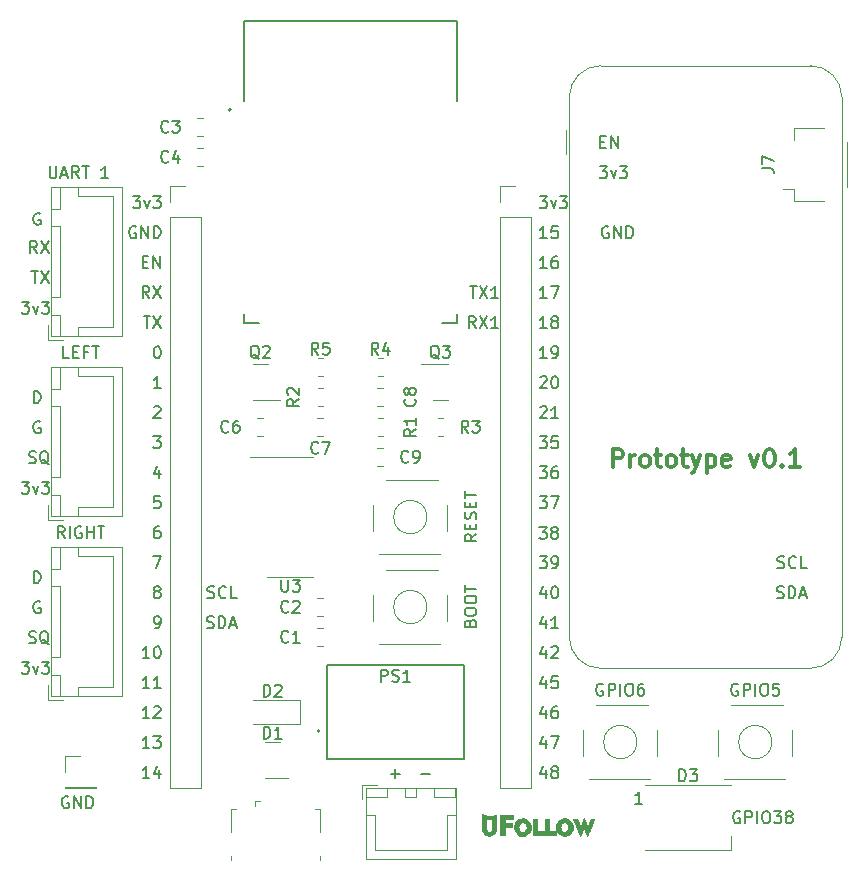
<source format=gbr>
%TF.GenerationSoftware,KiCad,Pcbnew,7.0.1*%
%TF.CreationDate,2023-04-07T14:52:09-07:00*%
%TF.ProjectId,receive mcu prototype r1,72656365-6976-4652-906d-63752070726f,rev?*%
%TF.SameCoordinates,Original*%
%TF.FileFunction,Legend,Top*%
%TF.FilePolarity,Positive*%
%FSLAX46Y46*%
G04 Gerber Fmt 4.6, Leading zero omitted, Abs format (unit mm)*
G04 Created by KiCad (PCBNEW 7.0.1) date 2023-04-07 14:52:09*
%MOMM*%
%LPD*%
G01*
G04 APERTURE LIST*
%ADD10C,0.150000*%
%ADD11C,0.300000*%
%ADD12C,0.120000*%
%ADD13C,0.127000*%
%ADD14C,0.200000*%
%ADD15C,0.010000*%
G04 APERTURE END LIST*
D10*
X77406666Y-66552619D02*
X77073333Y-66076428D01*
X76835238Y-66552619D02*
X76835238Y-65552619D01*
X76835238Y-65552619D02*
X77216190Y-65552619D01*
X77216190Y-65552619D02*
X77311428Y-65600238D01*
X77311428Y-65600238D02*
X77359047Y-65647857D01*
X77359047Y-65647857D02*
X77406666Y-65743095D01*
X77406666Y-65743095D02*
X77406666Y-65885952D01*
X77406666Y-65885952D02*
X77359047Y-65981190D01*
X77359047Y-65981190D02*
X77311428Y-66028809D01*
X77311428Y-66028809D02*
X77216190Y-66076428D01*
X77216190Y-66076428D02*
X76835238Y-66076428D01*
X77835238Y-66552619D02*
X77835238Y-65552619D01*
X78835237Y-65600238D02*
X78739999Y-65552619D01*
X78739999Y-65552619D02*
X78597142Y-65552619D01*
X78597142Y-65552619D02*
X78454285Y-65600238D01*
X78454285Y-65600238D02*
X78359047Y-65695476D01*
X78359047Y-65695476D02*
X78311428Y-65790714D01*
X78311428Y-65790714D02*
X78263809Y-65981190D01*
X78263809Y-65981190D02*
X78263809Y-66124047D01*
X78263809Y-66124047D02*
X78311428Y-66314523D01*
X78311428Y-66314523D02*
X78359047Y-66409761D01*
X78359047Y-66409761D02*
X78454285Y-66505000D01*
X78454285Y-66505000D02*
X78597142Y-66552619D01*
X78597142Y-66552619D02*
X78692380Y-66552619D01*
X78692380Y-66552619D02*
X78835237Y-66505000D01*
X78835237Y-66505000D02*
X78882856Y-66457380D01*
X78882856Y-66457380D02*
X78882856Y-66124047D01*
X78882856Y-66124047D02*
X78692380Y-66124047D01*
X79311428Y-66552619D02*
X79311428Y-65552619D01*
X79311428Y-66028809D02*
X79882856Y-66028809D01*
X79882856Y-66552619D02*
X79882856Y-65552619D01*
X80216190Y-65552619D02*
X80787618Y-65552619D01*
X80501904Y-66552619D02*
X80501904Y-65552619D01*
X84915476Y-57932619D02*
X85534523Y-57932619D01*
X85534523Y-57932619D02*
X85201190Y-58313571D01*
X85201190Y-58313571D02*
X85344047Y-58313571D01*
X85344047Y-58313571D02*
X85439285Y-58361190D01*
X85439285Y-58361190D02*
X85486904Y-58408809D01*
X85486904Y-58408809D02*
X85534523Y-58504047D01*
X85534523Y-58504047D02*
X85534523Y-58742142D01*
X85534523Y-58742142D02*
X85486904Y-58837380D01*
X85486904Y-58837380D02*
X85439285Y-58885000D01*
X85439285Y-58885000D02*
X85344047Y-58932619D01*
X85344047Y-58932619D02*
X85058333Y-58932619D01*
X85058333Y-58932619D02*
X84963095Y-58885000D01*
X84963095Y-58885000D02*
X84915476Y-58837380D01*
X118236904Y-51312619D02*
X117665476Y-51312619D01*
X117951190Y-51312619D02*
X117951190Y-50312619D01*
X117951190Y-50312619D02*
X117855952Y-50455476D01*
X117855952Y-50455476D02*
X117760714Y-50550714D01*
X117760714Y-50550714D02*
X117665476Y-50598333D01*
X118713095Y-51312619D02*
X118903571Y-51312619D01*
X118903571Y-51312619D02*
X118998809Y-51265000D01*
X118998809Y-51265000D02*
X119046428Y-51217380D01*
X119046428Y-51217380D02*
X119141666Y-51074523D01*
X119141666Y-51074523D02*
X119189285Y-50884047D01*
X119189285Y-50884047D02*
X119189285Y-50503095D01*
X119189285Y-50503095D02*
X119141666Y-50407857D01*
X119141666Y-50407857D02*
X119094047Y-50360238D01*
X119094047Y-50360238D02*
X118998809Y-50312619D01*
X118998809Y-50312619D02*
X118808333Y-50312619D01*
X118808333Y-50312619D02*
X118713095Y-50360238D01*
X118713095Y-50360238D02*
X118665476Y-50407857D01*
X118665476Y-50407857D02*
X118617857Y-50503095D01*
X118617857Y-50503095D02*
X118617857Y-50741190D01*
X118617857Y-50741190D02*
X118665476Y-50836428D01*
X118665476Y-50836428D02*
X118713095Y-50884047D01*
X118713095Y-50884047D02*
X118808333Y-50931666D01*
X118808333Y-50931666D02*
X118998809Y-50931666D01*
X118998809Y-50931666D02*
X119094047Y-50884047D01*
X119094047Y-50884047D02*
X119141666Y-50836428D01*
X119141666Y-50836428D02*
X119189285Y-50741190D01*
X85439285Y-60805952D02*
X85439285Y-61472619D01*
X85201190Y-60425000D02*
X84963095Y-61139285D01*
X84963095Y-61139285D02*
X85582142Y-61139285D01*
X85534523Y-53852619D02*
X84963095Y-53852619D01*
X85248809Y-53852619D02*
X85248809Y-52852619D01*
X85248809Y-52852619D02*
X85153571Y-52995476D01*
X85153571Y-52995476D02*
X85058333Y-53090714D01*
X85058333Y-53090714D02*
X84963095Y-53138333D01*
X117617857Y-57932619D02*
X118236904Y-57932619D01*
X118236904Y-57932619D02*
X117903571Y-58313571D01*
X117903571Y-58313571D02*
X118046428Y-58313571D01*
X118046428Y-58313571D02*
X118141666Y-58361190D01*
X118141666Y-58361190D02*
X118189285Y-58408809D01*
X118189285Y-58408809D02*
X118236904Y-58504047D01*
X118236904Y-58504047D02*
X118236904Y-58742142D01*
X118236904Y-58742142D02*
X118189285Y-58837380D01*
X118189285Y-58837380D02*
X118141666Y-58885000D01*
X118141666Y-58885000D02*
X118046428Y-58932619D01*
X118046428Y-58932619D02*
X117760714Y-58932619D01*
X117760714Y-58932619D02*
X117665476Y-58885000D01*
X117665476Y-58885000D02*
X117617857Y-58837380D01*
X119141666Y-57932619D02*
X118665476Y-57932619D01*
X118665476Y-57932619D02*
X118617857Y-58408809D01*
X118617857Y-58408809D02*
X118665476Y-58361190D01*
X118665476Y-58361190D02*
X118760714Y-58313571D01*
X118760714Y-58313571D02*
X118998809Y-58313571D01*
X118998809Y-58313571D02*
X119094047Y-58361190D01*
X119094047Y-58361190D02*
X119141666Y-58408809D01*
X119141666Y-58408809D02*
X119189285Y-58504047D01*
X119189285Y-58504047D02*
X119189285Y-58742142D01*
X119189285Y-58742142D02*
X119141666Y-58837380D01*
X119141666Y-58837380D02*
X119094047Y-58885000D01*
X119094047Y-58885000D02*
X118998809Y-58932619D01*
X118998809Y-58932619D02*
X118760714Y-58932619D01*
X118760714Y-58932619D02*
X118665476Y-58885000D01*
X118665476Y-58885000D02*
X118617857Y-58837380D01*
X89503571Y-71585000D02*
X89646428Y-71632619D01*
X89646428Y-71632619D02*
X89884523Y-71632619D01*
X89884523Y-71632619D02*
X89979761Y-71585000D01*
X89979761Y-71585000D02*
X90027380Y-71537380D01*
X90027380Y-71537380D02*
X90074999Y-71442142D01*
X90074999Y-71442142D02*
X90074999Y-71346904D01*
X90074999Y-71346904D02*
X90027380Y-71251666D01*
X90027380Y-71251666D02*
X89979761Y-71204047D01*
X89979761Y-71204047D02*
X89884523Y-71156428D01*
X89884523Y-71156428D02*
X89694047Y-71108809D01*
X89694047Y-71108809D02*
X89598809Y-71061190D01*
X89598809Y-71061190D02*
X89551190Y-71013571D01*
X89551190Y-71013571D02*
X89503571Y-70918333D01*
X89503571Y-70918333D02*
X89503571Y-70823095D01*
X89503571Y-70823095D02*
X89551190Y-70727857D01*
X89551190Y-70727857D02*
X89598809Y-70680238D01*
X89598809Y-70680238D02*
X89694047Y-70632619D01*
X89694047Y-70632619D02*
X89932142Y-70632619D01*
X89932142Y-70632619D02*
X90074999Y-70680238D01*
X91074999Y-71537380D02*
X91027380Y-71585000D01*
X91027380Y-71585000D02*
X90884523Y-71632619D01*
X90884523Y-71632619D02*
X90789285Y-71632619D01*
X90789285Y-71632619D02*
X90646428Y-71585000D01*
X90646428Y-71585000D02*
X90551190Y-71489761D01*
X90551190Y-71489761D02*
X90503571Y-71394523D01*
X90503571Y-71394523D02*
X90455952Y-71204047D01*
X90455952Y-71204047D02*
X90455952Y-71061190D01*
X90455952Y-71061190D02*
X90503571Y-70870714D01*
X90503571Y-70870714D02*
X90551190Y-70775476D01*
X90551190Y-70775476D02*
X90646428Y-70680238D01*
X90646428Y-70680238D02*
X90789285Y-70632619D01*
X90789285Y-70632619D02*
X90884523Y-70632619D01*
X90884523Y-70632619D02*
X91027380Y-70680238D01*
X91027380Y-70680238D02*
X91074999Y-70727857D01*
X91979761Y-71632619D02*
X91503571Y-71632619D01*
X91503571Y-71632619D02*
X91503571Y-70632619D01*
X85486904Y-63012619D02*
X85010714Y-63012619D01*
X85010714Y-63012619D02*
X84963095Y-63488809D01*
X84963095Y-63488809D02*
X85010714Y-63441190D01*
X85010714Y-63441190D02*
X85105952Y-63393571D01*
X85105952Y-63393571D02*
X85344047Y-63393571D01*
X85344047Y-63393571D02*
X85439285Y-63441190D01*
X85439285Y-63441190D02*
X85486904Y-63488809D01*
X85486904Y-63488809D02*
X85534523Y-63584047D01*
X85534523Y-63584047D02*
X85534523Y-63822142D01*
X85534523Y-63822142D02*
X85486904Y-63917380D01*
X85486904Y-63917380D02*
X85439285Y-63965000D01*
X85439285Y-63965000D02*
X85344047Y-64012619D01*
X85344047Y-64012619D02*
X85105952Y-64012619D01*
X85105952Y-64012619D02*
X85010714Y-63965000D01*
X85010714Y-63965000D02*
X84963095Y-63917380D01*
X85201190Y-50312619D02*
X85296428Y-50312619D01*
X85296428Y-50312619D02*
X85391666Y-50360238D01*
X85391666Y-50360238D02*
X85439285Y-50407857D01*
X85439285Y-50407857D02*
X85486904Y-50503095D01*
X85486904Y-50503095D02*
X85534523Y-50693571D01*
X85534523Y-50693571D02*
X85534523Y-50931666D01*
X85534523Y-50931666D02*
X85486904Y-51122142D01*
X85486904Y-51122142D02*
X85439285Y-51217380D01*
X85439285Y-51217380D02*
X85391666Y-51265000D01*
X85391666Y-51265000D02*
X85296428Y-51312619D01*
X85296428Y-51312619D02*
X85201190Y-51312619D01*
X85201190Y-51312619D02*
X85105952Y-51265000D01*
X85105952Y-51265000D02*
X85058333Y-51217380D01*
X85058333Y-51217380D02*
X85010714Y-51122142D01*
X85010714Y-51122142D02*
X84963095Y-50931666D01*
X84963095Y-50931666D02*
X84963095Y-50693571D01*
X84963095Y-50693571D02*
X85010714Y-50503095D01*
X85010714Y-50503095D02*
X85058333Y-50407857D01*
X85058333Y-50407857D02*
X85105952Y-50360238D01*
X85105952Y-50360238D02*
X85201190Y-50312619D01*
X118141666Y-86205952D02*
X118141666Y-86872619D01*
X117903571Y-85825000D02*
X117665476Y-86539285D01*
X117665476Y-86539285D02*
X118284523Y-86539285D01*
X118808333Y-86301190D02*
X118713095Y-86253571D01*
X118713095Y-86253571D02*
X118665476Y-86205952D01*
X118665476Y-86205952D02*
X118617857Y-86110714D01*
X118617857Y-86110714D02*
X118617857Y-86063095D01*
X118617857Y-86063095D02*
X118665476Y-85967857D01*
X118665476Y-85967857D02*
X118713095Y-85920238D01*
X118713095Y-85920238D02*
X118808333Y-85872619D01*
X118808333Y-85872619D02*
X118998809Y-85872619D01*
X118998809Y-85872619D02*
X119094047Y-85920238D01*
X119094047Y-85920238D02*
X119141666Y-85967857D01*
X119141666Y-85967857D02*
X119189285Y-86063095D01*
X119189285Y-86063095D02*
X119189285Y-86110714D01*
X119189285Y-86110714D02*
X119141666Y-86205952D01*
X119141666Y-86205952D02*
X119094047Y-86253571D01*
X119094047Y-86253571D02*
X118998809Y-86301190D01*
X118998809Y-86301190D02*
X118808333Y-86301190D01*
X118808333Y-86301190D02*
X118713095Y-86348809D01*
X118713095Y-86348809D02*
X118665476Y-86396428D01*
X118665476Y-86396428D02*
X118617857Y-86491666D01*
X118617857Y-86491666D02*
X118617857Y-86682142D01*
X118617857Y-86682142D02*
X118665476Y-86777380D01*
X118665476Y-86777380D02*
X118713095Y-86825000D01*
X118713095Y-86825000D02*
X118808333Y-86872619D01*
X118808333Y-86872619D02*
X118998809Y-86872619D01*
X118998809Y-86872619D02*
X119094047Y-86825000D01*
X119094047Y-86825000D02*
X119141666Y-86777380D01*
X119141666Y-86777380D02*
X119189285Y-86682142D01*
X119189285Y-86682142D02*
X119189285Y-86491666D01*
X119189285Y-86491666D02*
X119141666Y-86396428D01*
X119141666Y-86396428D02*
X119094047Y-86348809D01*
X119094047Y-86348809D02*
X118998809Y-86301190D01*
X122745714Y-33008809D02*
X123079047Y-33008809D01*
X123221904Y-33532619D02*
X122745714Y-33532619D01*
X122745714Y-33532619D02*
X122745714Y-32532619D01*
X122745714Y-32532619D02*
X123221904Y-32532619D01*
X123650476Y-33532619D02*
X123650476Y-32532619D01*
X123650476Y-32532619D02*
X124221904Y-33532619D01*
X124221904Y-33532619D02*
X124221904Y-32532619D01*
X105013095Y-86491666D02*
X105775000Y-86491666D01*
X105394047Y-86872619D02*
X105394047Y-86110714D01*
X111728571Y-45232619D02*
X112299999Y-45232619D01*
X112014285Y-46232619D02*
X112014285Y-45232619D01*
X112538095Y-45232619D02*
X113204761Y-46232619D01*
X113204761Y-45232619D02*
X112538095Y-46232619D01*
X114109523Y-46232619D02*
X113538095Y-46232619D01*
X113823809Y-46232619D02*
X113823809Y-45232619D01*
X113823809Y-45232619D02*
X113728571Y-45375476D01*
X113728571Y-45375476D02*
X113633333Y-45470714D01*
X113633333Y-45470714D02*
X113538095Y-45518333D01*
X84582142Y-46232619D02*
X84248809Y-45756428D01*
X84010714Y-46232619D02*
X84010714Y-45232619D01*
X84010714Y-45232619D02*
X84391666Y-45232619D01*
X84391666Y-45232619D02*
X84486904Y-45280238D01*
X84486904Y-45280238D02*
X84534523Y-45327857D01*
X84534523Y-45327857D02*
X84582142Y-45423095D01*
X84582142Y-45423095D02*
X84582142Y-45565952D01*
X84582142Y-45565952D02*
X84534523Y-45661190D01*
X84534523Y-45661190D02*
X84486904Y-45708809D01*
X84486904Y-45708809D02*
X84391666Y-45756428D01*
X84391666Y-45756428D02*
X84010714Y-45756428D01*
X84915476Y-45232619D02*
X85582142Y-46232619D01*
X85582142Y-45232619D02*
X84915476Y-46232619D01*
X122983809Y-78935238D02*
X122888571Y-78887619D01*
X122888571Y-78887619D02*
X122745714Y-78887619D01*
X122745714Y-78887619D02*
X122602857Y-78935238D01*
X122602857Y-78935238D02*
X122507619Y-79030476D01*
X122507619Y-79030476D02*
X122460000Y-79125714D01*
X122460000Y-79125714D02*
X122412381Y-79316190D01*
X122412381Y-79316190D02*
X122412381Y-79459047D01*
X122412381Y-79459047D02*
X122460000Y-79649523D01*
X122460000Y-79649523D02*
X122507619Y-79744761D01*
X122507619Y-79744761D02*
X122602857Y-79840000D01*
X122602857Y-79840000D02*
X122745714Y-79887619D01*
X122745714Y-79887619D02*
X122840952Y-79887619D01*
X122840952Y-79887619D02*
X122983809Y-79840000D01*
X122983809Y-79840000D02*
X123031428Y-79792380D01*
X123031428Y-79792380D02*
X123031428Y-79459047D01*
X123031428Y-79459047D02*
X122840952Y-79459047D01*
X123460000Y-79887619D02*
X123460000Y-78887619D01*
X123460000Y-78887619D02*
X123840952Y-78887619D01*
X123840952Y-78887619D02*
X123936190Y-78935238D01*
X123936190Y-78935238D02*
X123983809Y-78982857D01*
X123983809Y-78982857D02*
X124031428Y-79078095D01*
X124031428Y-79078095D02*
X124031428Y-79220952D01*
X124031428Y-79220952D02*
X123983809Y-79316190D01*
X123983809Y-79316190D02*
X123936190Y-79363809D01*
X123936190Y-79363809D02*
X123840952Y-79411428D01*
X123840952Y-79411428D02*
X123460000Y-79411428D01*
X124460000Y-79887619D02*
X124460000Y-78887619D01*
X125126666Y-78887619D02*
X125317142Y-78887619D01*
X125317142Y-78887619D02*
X125412380Y-78935238D01*
X125412380Y-78935238D02*
X125507618Y-79030476D01*
X125507618Y-79030476D02*
X125555237Y-79220952D01*
X125555237Y-79220952D02*
X125555237Y-79554285D01*
X125555237Y-79554285D02*
X125507618Y-79744761D01*
X125507618Y-79744761D02*
X125412380Y-79840000D01*
X125412380Y-79840000D02*
X125317142Y-79887619D01*
X125317142Y-79887619D02*
X125126666Y-79887619D01*
X125126666Y-79887619D02*
X125031428Y-79840000D01*
X125031428Y-79840000D02*
X124936190Y-79744761D01*
X124936190Y-79744761D02*
X124888571Y-79554285D01*
X124888571Y-79554285D02*
X124888571Y-79220952D01*
X124888571Y-79220952D02*
X124936190Y-79030476D01*
X124936190Y-79030476D02*
X125031428Y-78935238D01*
X125031428Y-78935238D02*
X125126666Y-78887619D01*
X126412380Y-78887619D02*
X126221904Y-78887619D01*
X126221904Y-78887619D02*
X126126666Y-78935238D01*
X126126666Y-78935238D02*
X126079047Y-78982857D01*
X126079047Y-78982857D02*
X125983809Y-79125714D01*
X125983809Y-79125714D02*
X125936190Y-79316190D01*
X125936190Y-79316190D02*
X125936190Y-79697142D01*
X125936190Y-79697142D02*
X125983809Y-79792380D01*
X125983809Y-79792380D02*
X126031428Y-79840000D01*
X126031428Y-79840000D02*
X126126666Y-79887619D01*
X126126666Y-79887619D02*
X126317142Y-79887619D01*
X126317142Y-79887619D02*
X126412380Y-79840000D01*
X126412380Y-79840000D02*
X126459999Y-79792380D01*
X126459999Y-79792380D02*
X126507618Y-79697142D01*
X126507618Y-79697142D02*
X126507618Y-79459047D01*
X126507618Y-79459047D02*
X126459999Y-79363809D01*
X126459999Y-79363809D02*
X126412380Y-79316190D01*
X126412380Y-79316190D02*
X126317142Y-79268571D01*
X126317142Y-79268571D02*
X126126666Y-79268571D01*
X126126666Y-79268571D02*
X126031428Y-79316190D01*
X126031428Y-79316190D02*
X125983809Y-79363809D01*
X125983809Y-79363809D02*
X125936190Y-79459047D01*
X118141666Y-81125952D02*
X118141666Y-81792619D01*
X117903571Y-80745000D02*
X117665476Y-81459285D01*
X117665476Y-81459285D02*
X118284523Y-81459285D01*
X119094047Y-80792619D02*
X118903571Y-80792619D01*
X118903571Y-80792619D02*
X118808333Y-80840238D01*
X118808333Y-80840238D02*
X118760714Y-80887857D01*
X118760714Y-80887857D02*
X118665476Y-81030714D01*
X118665476Y-81030714D02*
X118617857Y-81221190D01*
X118617857Y-81221190D02*
X118617857Y-81602142D01*
X118617857Y-81602142D02*
X118665476Y-81697380D01*
X118665476Y-81697380D02*
X118713095Y-81745000D01*
X118713095Y-81745000D02*
X118808333Y-81792619D01*
X118808333Y-81792619D02*
X118998809Y-81792619D01*
X118998809Y-81792619D02*
X119094047Y-81745000D01*
X119094047Y-81745000D02*
X119141666Y-81697380D01*
X119141666Y-81697380D02*
X119189285Y-81602142D01*
X119189285Y-81602142D02*
X119189285Y-81364047D01*
X119189285Y-81364047D02*
X119141666Y-81268809D01*
X119141666Y-81268809D02*
X119094047Y-81221190D01*
X119094047Y-81221190D02*
X118998809Y-81173571D01*
X118998809Y-81173571D02*
X118808333Y-81173571D01*
X118808333Y-81173571D02*
X118713095Y-81221190D01*
X118713095Y-81221190D02*
X118665476Y-81268809D01*
X118665476Y-81268809D02*
X118617857Y-81364047D01*
X74803095Y-55122619D02*
X74803095Y-54122619D01*
X74803095Y-54122619D02*
X75041190Y-54122619D01*
X75041190Y-54122619D02*
X75184047Y-54170238D01*
X75184047Y-54170238D02*
X75279285Y-54265476D01*
X75279285Y-54265476D02*
X75326904Y-54360714D01*
X75326904Y-54360714D02*
X75374523Y-54551190D01*
X75374523Y-54551190D02*
X75374523Y-54694047D01*
X75374523Y-54694047D02*
X75326904Y-54884523D01*
X75326904Y-54884523D02*
X75279285Y-54979761D01*
X75279285Y-54979761D02*
X75184047Y-55075000D01*
X75184047Y-55075000D02*
X75041190Y-55122619D01*
X75041190Y-55122619D02*
X74803095Y-55122619D01*
X123444285Y-40200238D02*
X123349047Y-40152619D01*
X123349047Y-40152619D02*
X123206190Y-40152619D01*
X123206190Y-40152619D02*
X123063333Y-40200238D01*
X123063333Y-40200238D02*
X122968095Y-40295476D01*
X122968095Y-40295476D02*
X122920476Y-40390714D01*
X122920476Y-40390714D02*
X122872857Y-40581190D01*
X122872857Y-40581190D02*
X122872857Y-40724047D01*
X122872857Y-40724047D02*
X122920476Y-40914523D01*
X122920476Y-40914523D02*
X122968095Y-41009761D01*
X122968095Y-41009761D02*
X123063333Y-41105000D01*
X123063333Y-41105000D02*
X123206190Y-41152619D01*
X123206190Y-41152619D02*
X123301428Y-41152619D01*
X123301428Y-41152619D02*
X123444285Y-41105000D01*
X123444285Y-41105000D02*
X123491904Y-41057380D01*
X123491904Y-41057380D02*
X123491904Y-40724047D01*
X123491904Y-40724047D02*
X123301428Y-40724047D01*
X123920476Y-41152619D02*
X123920476Y-40152619D01*
X123920476Y-40152619D02*
X124491904Y-41152619D01*
X124491904Y-41152619D02*
X124491904Y-40152619D01*
X124968095Y-41152619D02*
X124968095Y-40152619D01*
X124968095Y-40152619D02*
X125206190Y-40152619D01*
X125206190Y-40152619D02*
X125349047Y-40200238D01*
X125349047Y-40200238D02*
X125444285Y-40295476D01*
X125444285Y-40295476D02*
X125491904Y-40390714D01*
X125491904Y-40390714D02*
X125539523Y-40581190D01*
X125539523Y-40581190D02*
X125539523Y-40724047D01*
X125539523Y-40724047D02*
X125491904Y-40914523D01*
X125491904Y-40914523D02*
X125444285Y-41009761D01*
X125444285Y-41009761D02*
X125349047Y-41105000D01*
X125349047Y-41105000D02*
X125206190Y-41152619D01*
X125206190Y-41152619D02*
X124968095Y-41152619D01*
X84582142Y-84332619D02*
X84010714Y-84332619D01*
X84296428Y-84332619D02*
X84296428Y-83332619D01*
X84296428Y-83332619D02*
X84201190Y-83475476D01*
X84201190Y-83475476D02*
X84105952Y-83570714D01*
X84105952Y-83570714D02*
X84010714Y-83618333D01*
X84915476Y-83332619D02*
X85534523Y-83332619D01*
X85534523Y-83332619D02*
X85201190Y-83713571D01*
X85201190Y-83713571D02*
X85344047Y-83713571D01*
X85344047Y-83713571D02*
X85439285Y-83761190D01*
X85439285Y-83761190D02*
X85486904Y-83808809D01*
X85486904Y-83808809D02*
X85534523Y-83904047D01*
X85534523Y-83904047D02*
X85534523Y-84142142D01*
X85534523Y-84142142D02*
X85486904Y-84237380D01*
X85486904Y-84237380D02*
X85439285Y-84285000D01*
X85439285Y-84285000D02*
X85344047Y-84332619D01*
X85344047Y-84332619D02*
X85058333Y-84332619D01*
X85058333Y-84332619D02*
X84963095Y-84285000D01*
X84963095Y-84285000D02*
X84915476Y-84237380D01*
X112204761Y-48772619D02*
X111871428Y-48296428D01*
X111633333Y-48772619D02*
X111633333Y-47772619D01*
X111633333Y-47772619D02*
X112014285Y-47772619D01*
X112014285Y-47772619D02*
X112109523Y-47820238D01*
X112109523Y-47820238D02*
X112157142Y-47867857D01*
X112157142Y-47867857D02*
X112204761Y-47963095D01*
X112204761Y-47963095D02*
X112204761Y-48105952D01*
X112204761Y-48105952D02*
X112157142Y-48201190D01*
X112157142Y-48201190D02*
X112109523Y-48248809D01*
X112109523Y-48248809D02*
X112014285Y-48296428D01*
X112014285Y-48296428D02*
X111633333Y-48296428D01*
X112538095Y-47772619D02*
X113204761Y-48772619D01*
X113204761Y-47772619D02*
X112538095Y-48772619D01*
X114109523Y-48772619D02*
X113538095Y-48772619D01*
X113823809Y-48772619D02*
X113823809Y-47772619D01*
X113823809Y-47772619D02*
X113728571Y-47915476D01*
X113728571Y-47915476D02*
X113633333Y-48010714D01*
X113633333Y-48010714D02*
X113538095Y-48058333D01*
X85058333Y-74172619D02*
X85248809Y-74172619D01*
X85248809Y-74172619D02*
X85344047Y-74125000D01*
X85344047Y-74125000D02*
X85391666Y-74077380D01*
X85391666Y-74077380D02*
X85486904Y-73934523D01*
X85486904Y-73934523D02*
X85534523Y-73744047D01*
X85534523Y-73744047D02*
X85534523Y-73363095D01*
X85534523Y-73363095D02*
X85486904Y-73267857D01*
X85486904Y-73267857D02*
X85439285Y-73220238D01*
X85439285Y-73220238D02*
X85344047Y-73172619D01*
X85344047Y-73172619D02*
X85153571Y-73172619D01*
X85153571Y-73172619D02*
X85058333Y-73220238D01*
X85058333Y-73220238D02*
X85010714Y-73267857D01*
X85010714Y-73267857D02*
X84963095Y-73363095D01*
X84963095Y-73363095D02*
X84963095Y-73601190D01*
X84963095Y-73601190D02*
X85010714Y-73696428D01*
X85010714Y-73696428D02*
X85058333Y-73744047D01*
X85058333Y-73744047D02*
X85153571Y-73791666D01*
X85153571Y-73791666D02*
X85344047Y-73791666D01*
X85344047Y-73791666D02*
X85439285Y-73744047D01*
X85439285Y-73744047D02*
X85486904Y-73696428D01*
X85486904Y-73696428D02*
X85534523Y-73601190D01*
X137763571Y-69045000D02*
X137906428Y-69092619D01*
X137906428Y-69092619D02*
X138144523Y-69092619D01*
X138144523Y-69092619D02*
X138239761Y-69045000D01*
X138239761Y-69045000D02*
X138287380Y-68997380D01*
X138287380Y-68997380D02*
X138334999Y-68902142D01*
X138334999Y-68902142D02*
X138334999Y-68806904D01*
X138334999Y-68806904D02*
X138287380Y-68711666D01*
X138287380Y-68711666D02*
X138239761Y-68664047D01*
X138239761Y-68664047D02*
X138144523Y-68616428D01*
X138144523Y-68616428D02*
X137954047Y-68568809D01*
X137954047Y-68568809D02*
X137858809Y-68521190D01*
X137858809Y-68521190D02*
X137811190Y-68473571D01*
X137811190Y-68473571D02*
X137763571Y-68378333D01*
X137763571Y-68378333D02*
X137763571Y-68283095D01*
X137763571Y-68283095D02*
X137811190Y-68187857D01*
X137811190Y-68187857D02*
X137858809Y-68140238D01*
X137858809Y-68140238D02*
X137954047Y-68092619D01*
X137954047Y-68092619D02*
X138192142Y-68092619D01*
X138192142Y-68092619D02*
X138334999Y-68140238D01*
X139334999Y-68997380D02*
X139287380Y-69045000D01*
X139287380Y-69045000D02*
X139144523Y-69092619D01*
X139144523Y-69092619D02*
X139049285Y-69092619D01*
X139049285Y-69092619D02*
X138906428Y-69045000D01*
X138906428Y-69045000D02*
X138811190Y-68949761D01*
X138811190Y-68949761D02*
X138763571Y-68854523D01*
X138763571Y-68854523D02*
X138715952Y-68664047D01*
X138715952Y-68664047D02*
X138715952Y-68521190D01*
X138715952Y-68521190D02*
X138763571Y-68330714D01*
X138763571Y-68330714D02*
X138811190Y-68235476D01*
X138811190Y-68235476D02*
X138906428Y-68140238D01*
X138906428Y-68140238D02*
X139049285Y-68092619D01*
X139049285Y-68092619D02*
X139144523Y-68092619D01*
X139144523Y-68092619D02*
X139287380Y-68140238D01*
X139287380Y-68140238D02*
X139334999Y-68187857D01*
X140239761Y-69092619D02*
X139763571Y-69092619D01*
X139763571Y-69092619D02*
X139763571Y-68092619D01*
X137715952Y-71585000D02*
X137858809Y-71632619D01*
X137858809Y-71632619D02*
X138096904Y-71632619D01*
X138096904Y-71632619D02*
X138192142Y-71585000D01*
X138192142Y-71585000D02*
X138239761Y-71537380D01*
X138239761Y-71537380D02*
X138287380Y-71442142D01*
X138287380Y-71442142D02*
X138287380Y-71346904D01*
X138287380Y-71346904D02*
X138239761Y-71251666D01*
X138239761Y-71251666D02*
X138192142Y-71204047D01*
X138192142Y-71204047D02*
X138096904Y-71156428D01*
X138096904Y-71156428D02*
X137906428Y-71108809D01*
X137906428Y-71108809D02*
X137811190Y-71061190D01*
X137811190Y-71061190D02*
X137763571Y-71013571D01*
X137763571Y-71013571D02*
X137715952Y-70918333D01*
X137715952Y-70918333D02*
X137715952Y-70823095D01*
X137715952Y-70823095D02*
X137763571Y-70727857D01*
X137763571Y-70727857D02*
X137811190Y-70680238D01*
X137811190Y-70680238D02*
X137906428Y-70632619D01*
X137906428Y-70632619D02*
X138144523Y-70632619D01*
X138144523Y-70632619D02*
X138287380Y-70680238D01*
X138715952Y-71632619D02*
X138715952Y-70632619D01*
X138715952Y-70632619D02*
X138954047Y-70632619D01*
X138954047Y-70632619D02*
X139096904Y-70680238D01*
X139096904Y-70680238D02*
X139192142Y-70775476D01*
X139192142Y-70775476D02*
X139239761Y-70870714D01*
X139239761Y-70870714D02*
X139287380Y-71061190D01*
X139287380Y-71061190D02*
X139287380Y-71204047D01*
X139287380Y-71204047D02*
X139239761Y-71394523D01*
X139239761Y-71394523D02*
X139192142Y-71489761D01*
X139192142Y-71489761D02*
X139096904Y-71585000D01*
X139096904Y-71585000D02*
X138954047Y-71632619D01*
X138954047Y-71632619D02*
X138715952Y-71632619D01*
X139668333Y-71346904D02*
X140144523Y-71346904D01*
X139573095Y-71632619D02*
X139906428Y-70632619D01*
X139906428Y-70632619D02*
X140239761Y-71632619D01*
X117665476Y-55487857D02*
X117713095Y-55440238D01*
X117713095Y-55440238D02*
X117808333Y-55392619D01*
X117808333Y-55392619D02*
X118046428Y-55392619D01*
X118046428Y-55392619D02*
X118141666Y-55440238D01*
X118141666Y-55440238D02*
X118189285Y-55487857D01*
X118189285Y-55487857D02*
X118236904Y-55583095D01*
X118236904Y-55583095D02*
X118236904Y-55678333D01*
X118236904Y-55678333D02*
X118189285Y-55821190D01*
X118189285Y-55821190D02*
X117617857Y-56392619D01*
X117617857Y-56392619D02*
X118236904Y-56392619D01*
X119189285Y-56392619D02*
X118617857Y-56392619D01*
X118903571Y-56392619D02*
X118903571Y-55392619D01*
X118903571Y-55392619D02*
X118808333Y-55535476D01*
X118808333Y-55535476D02*
X118713095Y-55630714D01*
X118713095Y-55630714D02*
X118617857Y-55678333D01*
X84582142Y-79252619D02*
X84010714Y-79252619D01*
X84296428Y-79252619D02*
X84296428Y-78252619D01*
X84296428Y-78252619D02*
X84201190Y-78395476D01*
X84201190Y-78395476D02*
X84105952Y-78490714D01*
X84105952Y-78490714D02*
X84010714Y-78538333D01*
X85534523Y-79252619D02*
X84963095Y-79252619D01*
X85248809Y-79252619D02*
X85248809Y-78252619D01*
X85248809Y-78252619D02*
X85153571Y-78395476D01*
X85153571Y-78395476D02*
X85058333Y-78490714D01*
X85058333Y-78490714D02*
X84963095Y-78538333D01*
X117617857Y-63012619D02*
X118236904Y-63012619D01*
X118236904Y-63012619D02*
X117903571Y-63393571D01*
X117903571Y-63393571D02*
X118046428Y-63393571D01*
X118046428Y-63393571D02*
X118141666Y-63441190D01*
X118141666Y-63441190D02*
X118189285Y-63488809D01*
X118189285Y-63488809D02*
X118236904Y-63584047D01*
X118236904Y-63584047D02*
X118236904Y-63822142D01*
X118236904Y-63822142D02*
X118189285Y-63917380D01*
X118189285Y-63917380D02*
X118141666Y-63965000D01*
X118141666Y-63965000D02*
X118046428Y-64012619D01*
X118046428Y-64012619D02*
X117760714Y-64012619D01*
X117760714Y-64012619D02*
X117665476Y-63965000D01*
X117665476Y-63965000D02*
X117617857Y-63917380D01*
X118570238Y-63012619D02*
X119236904Y-63012619D01*
X119236904Y-63012619D02*
X118808333Y-64012619D01*
X118141666Y-76045952D02*
X118141666Y-76712619D01*
X117903571Y-75665000D02*
X117665476Y-76379285D01*
X117665476Y-76379285D02*
X118284523Y-76379285D01*
X118617857Y-75807857D02*
X118665476Y-75760238D01*
X118665476Y-75760238D02*
X118760714Y-75712619D01*
X118760714Y-75712619D02*
X118998809Y-75712619D01*
X118998809Y-75712619D02*
X119094047Y-75760238D01*
X119094047Y-75760238D02*
X119141666Y-75807857D01*
X119141666Y-75807857D02*
X119189285Y-75903095D01*
X119189285Y-75903095D02*
X119189285Y-75998333D01*
X119189285Y-75998333D02*
X119141666Y-76141190D01*
X119141666Y-76141190D02*
X118570238Y-76712619D01*
X118570238Y-76712619D02*
X119189285Y-76712619D01*
X74390476Y-60155000D02*
X74533333Y-60202619D01*
X74533333Y-60202619D02*
X74771428Y-60202619D01*
X74771428Y-60202619D02*
X74866666Y-60155000D01*
X74866666Y-60155000D02*
X74914285Y-60107380D01*
X74914285Y-60107380D02*
X74961904Y-60012142D01*
X74961904Y-60012142D02*
X74961904Y-59916904D01*
X74961904Y-59916904D02*
X74914285Y-59821666D01*
X74914285Y-59821666D02*
X74866666Y-59774047D01*
X74866666Y-59774047D02*
X74771428Y-59726428D01*
X74771428Y-59726428D02*
X74580952Y-59678809D01*
X74580952Y-59678809D02*
X74485714Y-59631190D01*
X74485714Y-59631190D02*
X74438095Y-59583571D01*
X74438095Y-59583571D02*
X74390476Y-59488333D01*
X74390476Y-59488333D02*
X74390476Y-59393095D01*
X74390476Y-59393095D02*
X74438095Y-59297857D01*
X74438095Y-59297857D02*
X74485714Y-59250238D01*
X74485714Y-59250238D02*
X74580952Y-59202619D01*
X74580952Y-59202619D02*
X74819047Y-59202619D01*
X74819047Y-59202619D02*
X74961904Y-59250238D01*
X76057142Y-60297857D02*
X75961904Y-60250238D01*
X75961904Y-60250238D02*
X75866666Y-60155000D01*
X75866666Y-60155000D02*
X75723809Y-60012142D01*
X75723809Y-60012142D02*
X75628571Y-59964523D01*
X75628571Y-59964523D02*
X75533333Y-59964523D01*
X75580952Y-60202619D02*
X75485714Y-60155000D01*
X75485714Y-60155000D02*
X75390476Y-60059761D01*
X75390476Y-60059761D02*
X75342857Y-59869285D01*
X75342857Y-59869285D02*
X75342857Y-59535952D01*
X75342857Y-59535952D02*
X75390476Y-59345476D01*
X75390476Y-59345476D02*
X75485714Y-59250238D01*
X75485714Y-59250238D02*
X75580952Y-59202619D01*
X75580952Y-59202619D02*
X75771428Y-59202619D01*
X75771428Y-59202619D02*
X75866666Y-59250238D01*
X75866666Y-59250238D02*
X75961904Y-59345476D01*
X75961904Y-59345476D02*
X76009523Y-59535952D01*
X76009523Y-59535952D02*
X76009523Y-59869285D01*
X76009523Y-59869285D02*
X75961904Y-60059761D01*
X75961904Y-60059761D02*
X75866666Y-60155000D01*
X75866666Y-60155000D02*
X75771428Y-60202619D01*
X75771428Y-60202619D02*
X75580952Y-60202619D01*
X85439285Y-65552619D02*
X85248809Y-65552619D01*
X85248809Y-65552619D02*
X85153571Y-65600238D01*
X85153571Y-65600238D02*
X85105952Y-65647857D01*
X85105952Y-65647857D02*
X85010714Y-65790714D01*
X85010714Y-65790714D02*
X84963095Y-65981190D01*
X84963095Y-65981190D02*
X84963095Y-66362142D01*
X84963095Y-66362142D02*
X85010714Y-66457380D01*
X85010714Y-66457380D02*
X85058333Y-66505000D01*
X85058333Y-66505000D02*
X85153571Y-66552619D01*
X85153571Y-66552619D02*
X85344047Y-66552619D01*
X85344047Y-66552619D02*
X85439285Y-66505000D01*
X85439285Y-66505000D02*
X85486904Y-66457380D01*
X85486904Y-66457380D02*
X85534523Y-66362142D01*
X85534523Y-66362142D02*
X85534523Y-66124047D01*
X85534523Y-66124047D02*
X85486904Y-66028809D01*
X85486904Y-66028809D02*
X85439285Y-65981190D01*
X85439285Y-65981190D02*
X85344047Y-65933571D01*
X85344047Y-65933571D02*
X85153571Y-65933571D01*
X85153571Y-65933571D02*
X85058333Y-65981190D01*
X85058333Y-65981190D02*
X85010714Y-66028809D01*
X85010714Y-66028809D02*
X84963095Y-66124047D01*
X73766190Y-77017619D02*
X74385237Y-77017619D01*
X74385237Y-77017619D02*
X74051904Y-77398571D01*
X74051904Y-77398571D02*
X74194761Y-77398571D01*
X74194761Y-77398571D02*
X74289999Y-77446190D01*
X74289999Y-77446190D02*
X74337618Y-77493809D01*
X74337618Y-77493809D02*
X74385237Y-77589047D01*
X74385237Y-77589047D02*
X74385237Y-77827142D01*
X74385237Y-77827142D02*
X74337618Y-77922380D01*
X74337618Y-77922380D02*
X74289999Y-77970000D01*
X74289999Y-77970000D02*
X74194761Y-78017619D01*
X74194761Y-78017619D02*
X73909047Y-78017619D01*
X73909047Y-78017619D02*
X73813809Y-77970000D01*
X73813809Y-77970000D02*
X73766190Y-77922380D01*
X74718571Y-77350952D02*
X74956666Y-78017619D01*
X74956666Y-78017619D02*
X75194761Y-77350952D01*
X75480476Y-77017619D02*
X76099523Y-77017619D01*
X76099523Y-77017619D02*
X75766190Y-77398571D01*
X75766190Y-77398571D02*
X75909047Y-77398571D01*
X75909047Y-77398571D02*
X76004285Y-77446190D01*
X76004285Y-77446190D02*
X76051904Y-77493809D01*
X76051904Y-77493809D02*
X76099523Y-77589047D01*
X76099523Y-77589047D02*
X76099523Y-77827142D01*
X76099523Y-77827142D02*
X76051904Y-77922380D01*
X76051904Y-77922380D02*
X76004285Y-77970000D01*
X76004285Y-77970000D02*
X75909047Y-78017619D01*
X75909047Y-78017619D02*
X75623333Y-78017619D01*
X75623333Y-78017619D02*
X75528095Y-77970000D01*
X75528095Y-77970000D02*
X75480476Y-77922380D01*
X74803095Y-70362619D02*
X74803095Y-69362619D01*
X74803095Y-69362619D02*
X75041190Y-69362619D01*
X75041190Y-69362619D02*
X75184047Y-69410238D01*
X75184047Y-69410238D02*
X75279285Y-69505476D01*
X75279285Y-69505476D02*
X75326904Y-69600714D01*
X75326904Y-69600714D02*
X75374523Y-69791190D01*
X75374523Y-69791190D02*
X75374523Y-69934047D01*
X75374523Y-69934047D02*
X75326904Y-70124523D01*
X75326904Y-70124523D02*
X75279285Y-70219761D01*
X75279285Y-70219761D02*
X75184047Y-70315000D01*
X75184047Y-70315000D02*
X75041190Y-70362619D01*
X75041190Y-70362619D02*
X74803095Y-70362619D01*
X118236904Y-43692619D02*
X117665476Y-43692619D01*
X117951190Y-43692619D02*
X117951190Y-42692619D01*
X117951190Y-42692619D02*
X117855952Y-42835476D01*
X117855952Y-42835476D02*
X117760714Y-42930714D01*
X117760714Y-42930714D02*
X117665476Y-42978333D01*
X119094047Y-42692619D02*
X118903571Y-42692619D01*
X118903571Y-42692619D02*
X118808333Y-42740238D01*
X118808333Y-42740238D02*
X118760714Y-42787857D01*
X118760714Y-42787857D02*
X118665476Y-42930714D01*
X118665476Y-42930714D02*
X118617857Y-43121190D01*
X118617857Y-43121190D02*
X118617857Y-43502142D01*
X118617857Y-43502142D02*
X118665476Y-43597380D01*
X118665476Y-43597380D02*
X118713095Y-43645000D01*
X118713095Y-43645000D02*
X118808333Y-43692619D01*
X118808333Y-43692619D02*
X118998809Y-43692619D01*
X118998809Y-43692619D02*
X119094047Y-43645000D01*
X119094047Y-43645000D02*
X119141666Y-43597380D01*
X119141666Y-43597380D02*
X119189285Y-43502142D01*
X119189285Y-43502142D02*
X119189285Y-43264047D01*
X119189285Y-43264047D02*
X119141666Y-43168809D01*
X119141666Y-43168809D02*
X119094047Y-43121190D01*
X119094047Y-43121190D02*
X118998809Y-43073571D01*
X118998809Y-43073571D02*
X118808333Y-43073571D01*
X118808333Y-43073571D02*
X118713095Y-43121190D01*
X118713095Y-43121190D02*
X118665476Y-43168809D01*
X118665476Y-43168809D02*
X118617857Y-43264047D01*
X75326904Y-56710238D02*
X75231666Y-56662619D01*
X75231666Y-56662619D02*
X75088809Y-56662619D01*
X75088809Y-56662619D02*
X74945952Y-56710238D01*
X74945952Y-56710238D02*
X74850714Y-56805476D01*
X74850714Y-56805476D02*
X74803095Y-56900714D01*
X74803095Y-56900714D02*
X74755476Y-57091190D01*
X74755476Y-57091190D02*
X74755476Y-57234047D01*
X74755476Y-57234047D02*
X74803095Y-57424523D01*
X74803095Y-57424523D02*
X74850714Y-57519761D01*
X74850714Y-57519761D02*
X74945952Y-57615000D01*
X74945952Y-57615000D02*
X75088809Y-57662619D01*
X75088809Y-57662619D02*
X75184047Y-57662619D01*
X75184047Y-57662619D02*
X75326904Y-57615000D01*
X75326904Y-57615000D02*
X75374523Y-57567380D01*
X75374523Y-57567380D02*
X75374523Y-57234047D01*
X75374523Y-57234047D02*
X75184047Y-57234047D01*
X75326904Y-71950238D02*
X75231666Y-71902619D01*
X75231666Y-71902619D02*
X75088809Y-71902619D01*
X75088809Y-71902619D02*
X74945952Y-71950238D01*
X74945952Y-71950238D02*
X74850714Y-72045476D01*
X74850714Y-72045476D02*
X74803095Y-72140714D01*
X74803095Y-72140714D02*
X74755476Y-72331190D01*
X74755476Y-72331190D02*
X74755476Y-72474047D01*
X74755476Y-72474047D02*
X74803095Y-72664523D01*
X74803095Y-72664523D02*
X74850714Y-72759761D01*
X74850714Y-72759761D02*
X74945952Y-72855000D01*
X74945952Y-72855000D02*
X75088809Y-72902619D01*
X75088809Y-72902619D02*
X75184047Y-72902619D01*
X75184047Y-72902619D02*
X75326904Y-72855000D01*
X75326904Y-72855000D02*
X75374523Y-72807380D01*
X75374523Y-72807380D02*
X75374523Y-72474047D01*
X75374523Y-72474047D02*
X75184047Y-72474047D01*
X84105952Y-47772619D02*
X84677380Y-47772619D01*
X84391666Y-48772619D02*
X84391666Y-47772619D01*
X84915476Y-47772619D02*
X85582142Y-48772619D01*
X85582142Y-47772619D02*
X84915476Y-48772619D01*
X117594067Y-65626988D02*
X118213114Y-65626988D01*
X118213114Y-65626988D02*
X117879781Y-66007940D01*
X117879781Y-66007940D02*
X118022638Y-66007940D01*
X118022638Y-66007940D02*
X118117876Y-66055559D01*
X118117876Y-66055559D02*
X118165495Y-66103178D01*
X118165495Y-66103178D02*
X118213114Y-66198416D01*
X118213114Y-66198416D02*
X118213114Y-66436511D01*
X118213114Y-66436511D02*
X118165495Y-66531749D01*
X118165495Y-66531749D02*
X118117876Y-66579369D01*
X118117876Y-66579369D02*
X118022638Y-66626988D01*
X118022638Y-66626988D02*
X117736924Y-66626988D01*
X117736924Y-66626988D02*
X117641686Y-66579369D01*
X117641686Y-66579369D02*
X117594067Y-66531749D01*
X118784543Y-66055559D02*
X118689305Y-66007940D01*
X118689305Y-66007940D02*
X118641686Y-65960321D01*
X118641686Y-65960321D02*
X118594067Y-65865083D01*
X118594067Y-65865083D02*
X118594067Y-65817464D01*
X118594067Y-65817464D02*
X118641686Y-65722226D01*
X118641686Y-65722226D02*
X118689305Y-65674607D01*
X118689305Y-65674607D02*
X118784543Y-65626988D01*
X118784543Y-65626988D02*
X118975019Y-65626988D01*
X118975019Y-65626988D02*
X119070257Y-65674607D01*
X119070257Y-65674607D02*
X119117876Y-65722226D01*
X119117876Y-65722226D02*
X119165495Y-65817464D01*
X119165495Y-65817464D02*
X119165495Y-65865083D01*
X119165495Y-65865083D02*
X119117876Y-65960321D01*
X119117876Y-65960321D02*
X119070257Y-66007940D01*
X119070257Y-66007940D02*
X118975019Y-66055559D01*
X118975019Y-66055559D02*
X118784543Y-66055559D01*
X118784543Y-66055559D02*
X118689305Y-66103178D01*
X118689305Y-66103178D02*
X118641686Y-66150797D01*
X118641686Y-66150797D02*
X118594067Y-66246035D01*
X118594067Y-66246035D02*
X118594067Y-66436511D01*
X118594067Y-66436511D02*
X118641686Y-66531749D01*
X118641686Y-66531749D02*
X118689305Y-66579369D01*
X118689305Y-66579369D02*
X118784543Y-66626988D01*
X118784543Y-66626988D02*
X118975019Y-66626988D01*
X118975019Y-66626988D02*
X119070257Y-66579369D01*
X119070257Y-66579369D02*
X119117876Y-66531749D01*
X119117876Y-66531749D02*
X119165495Y-66436511D01*
X119165495Y-66436511D02*
X119165495Y-66246035D01*
X119165495Y-66246035D02*
X119117876Y-66150797D01*
X119117876Y-66150797D02*
X119070257Y-66103178D01*
X119070257Y-66103178D02*
X118975019Y-66055559D01*
X74390476Y-75395000D02*
X74533333Y-75442619D01*
X74533333Y-75442619D02*
X74771428Y-75442619D01*
X74771428Y-75442619D02*
X74866666Y-75395000D01*
X74866666Y-75395000D02*
X74914285Y-75347380D01*
X74914285Y-75347380D02*
X74961904Y-75252142D01*
X74961904Y-75252142D02*
X74961904Y-75156904D01*
X74961904Y-75156904D02*
X74914285Y-75061666D01*
X74914285Y-75061666D02*
X74866666Y-75014047D01*
X74866666Y-75014047D02*
X74771428Y-74966428D01*
X74771428Y-74966428D02*
X74580952Y-74918809D01*
X74580952Y-74918809D02*
X74485714Y-74871190D01*
X74485714Y-74871190D02*
X74438095Y-74823571D01*
X74438095Y-74823571D02*
X74390476Y-74728333D01*
X74390476Y-74728333D02*
X74390476Y-74633095D01*
X74390476Y-74633095D02*
X74438095Y-74537857D01*
X74438095Y-74537857D02*
X74485714Y-74490238D01*
X74485714Y-74490238D02*
X74580952Y-74442619D01*
X74580952Y-74442619D02*
X74819047Y-74442619D01*
X74819047Y-74442619D02*
X74961904Y-74490238D01*
X76057142Y-75537857D02*
X75961904Y-75490238D01*
X75961904Y-75490238D02*
X75866666Y-75395000D01*
X75866666Y-75395000D02*
X75723809Y-75252142D01*
X75723809Y-75252142D02*
X75628571Y-75204523D01*
X75628571Y-75204523D02*
X75533333Y-75204523D01*
X75580952Y-75442619D02*
X75485714Y-75395000D01*
X75485714Y-75395000D02*
X75390476Y-75299761D01*
X75390476Y-75299761D02*
X75342857Y-75109285D01*
X75342857Y-75109285D02*
X75342857Y-74775952D01*
X75342857Y-74775952D02*
X75390476Y-74585476D01*
X75390476Y-74585476D02*
X75485714Y-74490238D01*
X75485714Y-74490238D02*
X75580952Y-74442619D01*
X75580952Y-74442619D02*
X75771428Y-74442619D01*
X75771428Y-74442619D02*
X75866666Y-74490238D01*
X75866666Y-74490238D02*
X75961904Y-74585476D01*
X75961904Y-74585476D02*
X76009523Y-74775952D01*
X76009523Y-74775952D02*
X76009523Y-75109285D01*
X76009523Y-75109285D02*
X75961904Y-75299761D01*
X75961904Y-75299761D02*
X75866666Y-75395000D01*
X75866666Y-75395000D02*
X75771428Y-75442619D01*
X75771428Y-75442619D02*
X75580952Y-75442619D01*
X118141666Y-78585952D02*
X118141666Y-79252619D01*
X117903571Y-78205000D02*
X117665476Y-78919285D01*
X117665476Y-78919285D02*
X118284523Y-78919285D01*
X119141666Y-78252619D02*
X118665476Y-78252619D01*
X118665476Y-78252619D02*
X118617857Y-78728809D01*
X118617857Y-78728809D02*
X118665476Y-78681190D01*
X118665476Y-78681190D02*
X118760714Y-78633571D01*
X118760714Y-78633571D02*
X118998809Y-78633571D01*
X118998809Y-78633571D02*
X119094047Y-78681190D01*
X119094047Y-78681190D02*
X119141666Y-78728809D01*
X119141666Y-78728809D02*
X119189285Y-78824047D01*
X119189285Y-78824047D02*
X119189285Y-79062142D01*
X119189285Y-79062142D02*
X119141666Y-79157380D01*
X119141666Y-79157380D02*
X119094047Y-79205000D01*
X119094047Y-79205000D02*
X118998809Y-79252619D01*
X118998809Y-79252619D02*
X118760714Y-79252619D01*
X118760714Y-79252619D02*
X118665476Y-79205000D01*
X118665476Y-79205000D02*
X118617857Y-79157380D01*
X118236904Y-41152619D02*
X117665476Y-41152619D01*
X117951190Y-41152619D02*
X117951190Y-40152619D01*
X117951190Y-40152619D02*
X117855952Y-40295476D01*
X117855952Y-40295476D02*
X117760714Y-40390714D01*
X117760714Y-40390714D02*
X117665476Y-40438333D01*
X119141666Y-40152619D02*
X118665476Y-40152619D01*
X118665476Y-40152619D02*
X118617857Y-40628809D01*
X118617857Y-40628809D02*
X118665476Y-40581190D01*
X118665476Y-40581190D02*
X118760714Y-40533571D01*
X118760714Y-40533571D02*
X118998809Y-40533571D01*
X118998809Y-40533571D02*
X119094047Y-40581190D01*
X119094047Y-40581190D02*
X119141666Y-40628809D01*
X119141666Y-40628809D02*
X119189285Y-40724047D01*
X119189285Y-40724047D02*
X119189285Y-40962142D01*
X119189285Y-40962142D02*
X119141666Y-41057380D01*
X119141666Y-41057380D02*
X119094047Y-41105000D01*
X119094047Y-41105000D02*
X118998809Y-41152619D01*
X118998809Y-41152619D02*
X118760714Y-41152619D01*
X118760714Y-41152619D02*
X118665476Y-41105000D01*
X118665476Y-41105000D02*
X118617857Y-41057380D01*
X84582142Y-76712619D02*
X84010714Y-76712619D01*
X84296428Y-76712619D02*
X84296428Y-75712619D01*
X84296428Y-75712619D02*
X84201190Y-75855476D01*
X84201190Y-75855476D02*
X84105952Y-75950714D01*
X84105952Y-75950714D02*
X84010714Y-75998333D01*
X85201190Y-75712619D02*
X85296428Y-75712619D01*
X85296428Y-75712619D02*
X85391666Y-75760238D01*
X85391666Y-75760238D02*
X85439285Y-75807857D01*
X85439285Y-75807857D02*
X85486904Y-75903095D01*
X85486904Y-75903095D02*
X85534523Y-76093571D01*
X85534523Y-76093571D02*
X85534523Y-76331666D01*
X85534523Y-76331666D02*
X85486904Y-76522142D01*
X85486904Y-76522142D02*
X85439285Y-76617380D01*
X85439285Y-76617380D02*
X85391666Y-76665000D01*
X85391666Y-76665000D02*
X85296428Y-76712619D01*
X85296428Y-76712619D02*
X85201190Y-76712619D01*
X85201190Y-76712619D02*
X85105952Y-76665000D01*
X85105952Y-76665000D02*
X85058333Y-76617380D01*
X85058333Y-76617380D02*
X85010714Y-76522142D01*
X85010714Y-76522142D02*
X84963095Y-76331666D01*
X84963095Y-76331666D02*
X84963095Y-76093571D01*
X84963095Y-76093571D02*
X85010714Y-75903095D01*
X85010714Y-75903095D02*
X85058333Y-75807857D01*
X85058333Y-75807857D02*
X85105952Y-75760238D01*
X85105952Y-75760238D02*
X85201190Y-75712619D01*
X134572619Y-89730238D02*
X134477381Y-89682619D01*
X134477381Y-89682619D02*
X134334524Y-89682619D01*
X134334524Y-89682619D02*
X134191667Y-89730238D01*
X134191667Y-89730238D02*
X134096429Y-89825476D01*
X134096429Y-89825476D02*
X134048810Y-89920714D01*
X134048810Y-89920714D02*
X134001191Y-90111190D01*
X134001191Y-90111190D02*
X134001191Y-90254047D01*
X134001191Y-90254047D02*
X134048810Y-90444523D01*
X134048810Y-90444523D02*
X134096429Y-90539761D01*
X134096429Y-90539761D02*
X134191667Y-90635000D01*
X134191667Y-90635000D02*
X134334524Y-90682619D01*
X134334524Y-90682619D02*
X134429762Y-90682619D01*
X134429762Y-90682619D02*
X134572619Y-90635000D01*
X134572619Y-90635000D02*
X134620238Y-90587380D01*
X134620238Y-90587380D02*
X134620238Y-90254047D01*
X134620238Y-90254047D02*
X134429762Y-90254047D01*
X135048810Y-90682619D02*
X135048810Y-89682619D01*
X135048810Y-89682619D02*
X135429762Y-89682619D01*
X135429762Y-89682619D02*
X135525000Y-89730238D01*
X135525000Y-89730238D02*
X135572619Y-89777857D01*
X135572619Y-89777857D02*
X135620238Y-89873095D01*
X135620238Y-89873095D02*
X135620238Y-90015952D01*
X135620238Y-90015952D02*
X135572619Y-90111190D01*
X135572619Y-90111190D02*
X135525000Y-90158809D01*
X135525000Y-90158809D02*
X135429762Y-90206428D01*
X135429762Y-90206428D02*
X135048810Y-90206428D01*
X136048810Y-90682619D02*
X136048810Y-89682619D01*
X136715476Y-89682619D02*
X136905952Y-89682619D01*
X136905952Y-89682619D02*
X137001190Y-89730238D01*
X137001190Y-89730238D02*
X137096428Y-89825476D01*
X137096428Y-89825476D02*
X137144047Y-90015952D01*
X137144047Y-90015952D02*
X137144047Y-90349285D01*
X137144047Y-90349285D02*
X137096428Y-90539761D01*
X137096428Y-90539761D02*
X137001190Y-90635000D01*
X137001190Y-90635000D02*
X136905952Y-90682619D01*
X136905952Y-90682619D02*
X136715476Y-90682619D01*
X136715476Y-90682619D02*
X136620238Y-90635000D01*
X136620238Y-90635000D02*
X136525000Y-90539761D01*
X136525000Y-90539761D02*
X136477381Y-90349285D01*
X136477381Y-90349285D02*
X136477381Y-90015952D01*
X136477381Y-90015952D02*
X136525000Y-89825476D01*
X136525000Y-89825476D02*
X136620238Y-89730238D01*
X136620238Y-89730238D02*
X136715476Y-89682619D01*
X137477381Y-89682619D02*
X138096428Y-89682619D01*
X138096428Y-89682619D02*
X137763095Y-90063571D01*
X137763095Y-90063571D02*
X137905952Y-90063571D01*
X137905952Y-90063571D02*
X138001190Y-90111190D01*
X138001190Y-90111190D02*
X138048809Y-90158809D01*
X138048809Y-90158809D02*
X138096428Y-90254047D01*
X138096428Y-90254047D02*
X138096428Y-90492142D01*
X138096428Y-90492142D02*
X138048809Y-90587380D01*
X138048809Y-90587380D02*
X138001190Y-90635000D01*
X138001190Y-90635000D02*
X137905952Y-90682619D01*
X137905952Y-90682619D02*
X137620238Y-90682619D01*
X137620238Y-90682619D02*
X137525000Y-90635000D01*
X137525000Y-90635000D02*
X137477381Y-90587380D01*
X138667857Y-90111190D02*
X138572619Y-90063571D01*
X138572619Y-90063571D02*
X138525000Y-90015952D01*
X138525000Y-90015952D02*
X138477381Y-89920714D01*
X138477381Y-89920714D02*
X138477381Y-89873095D01*
X138477381Y-89873095D02*
X138525000Y-89777857D01*
X138525000Y-89777857D02*
X138572619Y-89730238D01*
X138572619Y-89730238D02*
X138667857Y-89682619D01*
X138667857Y-89682619D02*
X138858333Y-89682619D01*
X138858333Y-89682619D02*
X138953571Y-89730238D01*
X138953571Y-89730238D02*
X139001190Y-89777857D01*
X139001190Y-89777857D02*
X139048809Y-89873095D01*
X139048809Y-89873095D02*
X139048809Y-89920714D01*
X139048809Y-89920714D02*
X139001190Y-90015952D01*
X139001190Y-90015952D02*
X138953571Y-90063571D01*
X138953571Y-90063571D02*
X138858333Y-90111190D01*
X138858333Y-90111190D02*
X138667857Y-90111190D01*
X138667857Y-90111190D02*
X138572619Y-90158809D01*
X138572619Y-90158809D02*
X138525000Y-90206428D01*
X138525000Y-90206428D02*
X138477381Y-90301666D01*
X138477381Y-90301666D02*
X138477381Y-90492142D01*
X138477381Y-90492142D02*
X138525000Y-90587380D01*
X138525000Y-90587380D02*
X138572619Y-90635000D01*
X138572619Y-90635000D02*
X138667857Y-90682619D01*
X138667857Y-90682619D02*
X138858333Y-90682619D01*
X138858333Y-90682619D02*
X138953571Y-90635000D01*
X138953571Y-90635000D02*
X139001190Y-90587380D01*
X139001190Y-90587380D02*
X139048809Y-90492142D01*
X139048809Y-90492142D02*
X139048809Y-90301666D01*
X139048809Y-90301666D02*
X139001190Y-90206428D01*
X139001190Y-90206428D02*
X138953571Y-90158809D01*
X138953571Y-90158809D02*
X138858333Y-90111190D01*
X112272619Y-66222381D02*
X111796428Y-66555714D01*
X112272619Y-66793809D02*
X111272619Y-66793809D01*
X111272619Y-66793809D02*
X111272619Y-66412857D01*
X111272619Y-66412857D02*
X111320238Y-66317619D01*
X111320238Y-66317619D02*
X111367857Y-66270000D01*
X111367857Y-66270000D02*
X111463095Y-66222381D01*
X111463095Y-66222381D02*
X111605952Y-66222381D01*
X111605952Y-66222381D02*
X111701190Y-66270000D01*
X111701190Y-66270000D02*
X111748809Y-66317619D01*
X111748809Y-66317619D02*
X111796428Y-66412857D01*
X111796428Y-66412857D02*
X111796428Y-66793809D01*
X111748809Y-65793809D02*
X111748809Y-65460476D01*
X112272619Y-65317619D02*
X112272619Y-65793809D01*
X112272619Y-65793809D02*
X111272619Y-65793809D01*
X111272619Y-65793809D02*
X111272619Y-65317619D01*
X112225000Y-64936666D02*
X112272619Y-64793809D01*
X112272619Y-64793809D02*
X112272619Y-64555714D01*
X112272619Y-64555714D02*
X112225000Y-64460476D01*
X112225000Y-64460476D02*
X112177380Y-64412857D01*
X112177380Y-64412857D02*
X112082142Y-64365238D01*
X112082142Y-64365238D02*
X111986904Y-64365238D01*
X111986904Y-64365238D02*
X111891666Y-64412857D01*
X111891666Y-64412857D02*
X111844047Y-64460476D01*
X111844047Y-64460476D02*
X111796428Y-64555714D01*
X111796428Y-64555714D02*
X111748809Y-64746190D01*
X111748809Y-64746190D02*
X111701190Y-64841428D01*
X111701190Y-64841428D02*
X111653571Y-64889047D01*
X111653571Y-64889047D02*
X111558333Y-64936666D01*
X111558333Y-64936666D02*
X111463095Y-64936666D01*
X111463095Y-64936666D02*
X111367857Y-64889047D01*
X111367857Y-64889047D02*
X111320238Y-64841428D01*
X111320238Y-64841428D02*
X111272619Y-64746190D01*
X111272619Y-64746190D02*
X111272619Y-64508095D01*
X111272619Y-64508095D02*
X111320238Y-64365238D01*
X111748809Y-63936666D02*
X111748809Y-63603333D01*
X112272619Y-63460476D02*
X112272619Y-63936666D01*
X112272619Y-63936666D02*
X111272619Y-63936666D01*
X111272619Y-63936666D02*
X111272619Y-63460476D01*
X111272619Y-63174761D02*
X111272619Y-62603333D01*
X112272619Y-62889047D02*
X111272619Y-62889047D01*
X111748809Y-73747142D02*
X111796428Y-73604285D01*
X111796428Y-73604285D02*
X111844047Y-73556666D01*
X111844047Y-73556666D02*
X111939285Y-73509047D01*
X111939285Y-73509047D02*
X112082142Y-73509047D01*
X112082142Y-73509047D02*
X112177380Y-73556666D01*
X112177380Y-73556666D02*
X112225000Y-73604285D01*
X112225000Y-73604285D02*
X112272619Y-73699523D01*
X112272619Y-73699523D02*
X112272619Y-74080475D01*
X112272619Y-74080475D02*
X111272619Y-74080475D01*
X111272619Y-74080475D02*
X111272619Y-73747142D01*
X111272619Y-73747142D02*
X111320238Y-73651904D01*
X111320238Y-73651904D02*
X111367857Y-73604285D01*
X111367857Y-73604285D02*
X111463095Y-73556666D01*
X111463095Y-73556666D02*
X111558333Y-73556666D01*
X111558333Y-73556666D02*
X111653571Y-73604285D01*
X111653571Y-73604285D02*
X111701190Y-73651904D01*
X111701190Y-73651904D02*
X111748809Y-73747142D01*
X111748809Y-73747142D02*
X111748809Y-74080475D01*
X111272619Y-72889999D02*
X111272619Y-72699523D01*
X111272619Y-72699523D02*
X111320238Y-72604285D01*
X111320238Y-72604285D02*
X111415476Y-72509047D01*
X111415476Y-72509047D02*
X111605952Y-72461428D01*
X111605952Y-72461428D02*
X111939285Y-72461428D01*
X111939285Y-72461428D02*
X112129761Y-72509047D01*
X112129761Y-72509047D02*
X112225000Y-72604285D01*
X112225000Y-72604285D02*
X112272619Y-72699523D01*
X112272619Y-72699523D02*
X112272619Y-72889999D01*
X112272619Y-72889999D02*
X112225000Y-72985237D01*
X112225000Y-72985237D02*
X112129761Y-73080475D01*
X112129761Y-73080475D02*
X111939285Y-73128094D01*
X111939285Y-73128094D02*
X111605952Y-73128094D01*
X111605952Y-73128094D02*
X111415476Y-73080475D01*
X111415476Y-73080475D02*
X111320238Y-72985237D01*
X111320238Y-72985237D02*
X111272619Y-72889999D01*
X111272619Y-71842380D02*
X111272619Y-71651904D01*
X111272619Y-71651904D02*
X111320238Y-71556666D01*
X111320238Y-71556666D02*
X111415476Y-71461428D01*
X111415476Y-71461428D02*
X111605952Y-71413809D01*
X111605952Y-71413809D02*
X111939285Y-71413809D01*
X111939285Y-71413809D02*
X112129761Y-71461428D01*
X112129761Y-71461428D02*
X112225000Y-71556666D01*
X112225000Y-71556666D02*
X112272619Y-71651904D01*
X112272619Y-71651904D02*
X112272619Y-71842380D01*
X112272619Y-71842380D02*
X112225000Y-71937618D01*
X112225000Y-71937618D02*
X112129761Y-72032856D01*
X112129761Y-72032856D02*
X111939285Y-72080475D01*
X111939285Y-72080475D02*
X111605952Y-72080475D01*
X111605952Y-72080475D02*
X111415476Y-72032856D01*
X111415476Y-72032856D02*
X111320238Y-71937618D01*
X111320238Y-71937618D02*
X111272619Y-71842380D01*
X111272619Y-71128094D02*
X111272619Y-70556666D01*
X112272619Y-70842380D02*
X111272619Y-70842380D01*
X118236904Y-48772619D02*
X117665476Y-48772619D01*
X117951190Y-48772619D02*
X117951190Y-47772619D01*
X117951190Y-47772619D02*
X117855952Y-47915476D01*
X117855952Y-47915476D02*
X117760714Y-48010714D01*
X117760714Y-48010714D02*
X117665476Y-48058333D01*
X118808333Y-48201190D02*
X118713095Y-48153571D01*
X118713095Y-48153571D02*
X118665476Y-48105952D01*
X118665476Y-48105952D02*
X118617857Y-48010714D01*
X118617857Y-48010714D02*
X118617857Y-47963095D01*
X118617857Y-47963095D02*
X118665476Y-47867857D01*
X118665476Y-47867857D02*
X118713095Y-47820238D01*
X118713095Y-47820238D02*
X118808333Y-47772619D01*
X118808333Y-47772619D02*
X118998809Y-47772619D01*
X118998809Y-47772619D02*
X119094047Y-47820238D01*
X119094047Y-47820238D02*
X119141666Y-47867857D01*
X119141666Y-47867857D02*
X119189285Y-47963095D01*
X119189285Y-47963095D02*
X119189285Y-48010714D01*
X119189285Y-48010714D02*
X119141666Y-48105952D01*
X119141666Y-48105952D02*
X119094047Y-48153571D01*
X119094047Y-48153571D02*
X118998809Y-48201190D01*
X118998809Y-48201190D02*
X118808333Y-48201190D01*
X118808333Y-48201190D02*
X118713095Y-48248809D01*
X118713095Y-48248809D02*
X118665476Y-48296428D01*
X118665476Y-48296428D02*
X118617857Y-48391666D01*
X118617857Y-48391666D02*
X118617857Y-48582142D01*
X118617857Y-48582142D02*
X118665476Y-48677380D01*
X118665476Y-48677380D02*
X118713095Y-48725000D01*
X118713095Y-48725000D02*
X118808333Y-48772619D01*
X118808333Y-48772619D02*
X118998809Y-48772619D01*
X118998809Y-48772619D02*
X119094047Y-48725000D01*
X119094047Y-48725000D02*
X119141666Y-48677380D01*
X119141666Y-48677380D02*
X119189285Y-48582142D01*
X119189285Y-48582142D02*
X119189285Y-48391666D01*
X119189285Y-48391666D02*
X119141666Y-48296428D01*
X119141666Y-48296428D02*
X119094047Y-48248809D01*
X119094047Y-48248809D02*
X118998809Y-48201190D01*
D11*
X123801142Y-60522428D02*
X123801142Y-59022428D01*
X123801142Y-59022428D02*
X124372571Y-59022428D01*
X124372571Y-59022428D02*
X124515428Y-59093857D01*
X124515428Y-59093857D02*
X124586857Y-59165285D01*
X124586857Y-59165285D02*
X124658285Y-59308142D01*
X124658285Y-59308142D02*
X124658285Y-59522428D01*
X124658285Y-59522428D02*
X124586857Y-59665285D01*
X124586857Y-59665285D02*
X124515428Y-59736714D01*
X124515428Y-59736714D02*
X124372571Y-59808142D01*
X124372571Y-59808142D02*
X123801142Y-59808142D01*
X125301142Y-60522428D02*
X125301142Y-59522428D01*
X125301142Y-59808142D02*
X125372571Y-59665285D01*
X125372571Y-59665285D02*
X125444000Y-59593857D01*
X125444000Y-59593857D02*
X125586857Y-59522428D01*
X125586857Y-59522428D02*
X125729714Y-59522428D01*
X126443999Y-60522428D02*
X126301142Y-60451000D01*
X126301142Y-60451000D02*
X126229713Y-60379571D01*
X126229713Y-60379571D02*
X126158285Y-60236714D01*
X126158285Y-60236714D02*
X126158285Y-59808142D01*
X126158285Y-59808142D02*
X126229713Y-59665285D01*
X126229713Y-59665285D02*
X126301142Y-59593857D01*
X126301142Y-59593857D02*
X126443999Y-59522428D01*
X126443999Y-59522428D02*
X126658285Y-59522428D01*
X126658285Y-59522428D02*
X126801142Y-59593857D01*
X126801142Y-59593857D02*
X126872571Y-59665285D01*
X126872571Y-59665285D02*
X126943999Y-59808142D01*
X126943999Y-59808142D02*
X126943999Y-60236714D01*
X126943999Y-60236714D02*
X126872571Y-60379571D01*
X126872571Y-60379571D02*
X126801142Y-60451000D01*
X126801142Y-60451000D02*
X126658285Y-60522428D01*
X126658285Y-60522428D02*
X126443999Y-60522428D01*
X127372571Y-59522428D02*
X127943999Y-59522428D01*
X127586856Y-59022428D02*
X127586856Y-60308142D01*
X127586856Y-60308142D02*
X127658285Y-60451000D01*
X127658285Y-60451000D02*
X127801142Y-60522428D01*
X127801142Y-60522428D02*
X127943999Y-60522428D01*
X128658285Y-60522428D02*
X128515428Y-60451000D01*
X128515428Y-60451000D02*
X128443999Y-60379571D01*
X128443999Y-60379571D02*
X128372571Y-60236714D01*
X128372571Y-60236714D02*
X128372571Y-59808142D01*
X128372571Y-59808142D02*
X128443999Y-59665285D01*
X128443999Y-59665285D02*
X128515428Y-59593857D01*
X128515428Y-59593857D02*
X128658285Y-59522428D01*
X128658285Y-59522428D02*
X128872571Y-59522428D01*
X128872571Y-59522428D02*
X129015428Y-59593857D01*
X129015428Y-59593857D02*
X129086857Y-59665285D01*
X129086857Y-59665285D02*
X129158285Y-59808142D01*
X129158285Y-59808142D02*
X129158285Y-60236714D01*
X129158285Y-60236714D02*
X129086857Y-60379571D01*
X129086857Y-60379571D02*
X129015428Y-60451000D01*
X129015428Y-60451000D02*
X128872571Y-60522428D01*
X128872571Y-60522428D02*
X128658285Y-60522428D01*
X129586857Y-59522428D02*
X130158285Y-59522428D01*
X129801142Y-59022428D02*
X129801142Y-60308142D01*
X129801142Y-60308142D02*
X129872571Y-60451000D01*
X129872571Y-60451000D02*
X130015428Y-60522428D01*
X130015428Y-60522428D02*
X130158285Y-60522428D01*
X130515428Y-59522428D02*
X130872571Y-60522428D01*
X131229714Y-59522428D02*
X130872571Y-60522428D01*
X130872571Y-60522428D02*
X130729714Y-60879571D01*
X130729714Y-60879571D02*
X130658285Y-60951000D01*
X130658285Y-60951000D02*
X130515428Y-61022428D01*
X131801142Y-59522428D02*
X131801142Y-61022428D01*
X131801142Y-59593857D02*
X131944000Y-59522428D01*
X131944000Y-59522428D02*
X132229714Y-59522428D01*
X132229714Y-59522428D02*
X132372571Y-59593857D01*
X132372571Y-59593857D02*
X132444000Y-59665285D01*
X132444000Y-59665285D02*
X132515428Y-59808142D01*
X132515428Y-59808142D02*
X132515428Y-60236714D01*
X132515428Y-60236714D02*
X132444000Y-60379571D01*
X132444000Y-60379571D02*
X132372571Y-60451000D01*
X132372571Y-60451000D02*
X132229714Y-60522428D01*
X132229714Y-60522428D02*
X131944000Y-60522428D01*
X131944000Y-60522428D02*
X131801142Y-60451000D01*
X133729714Y-60451000D02*
X133586857Y-60522428D01*
X133586857Y-60522428D02*
X133301143Y-60522428D01*
X133301143Y-60522428D02*
X133158285Y-60451000D01*
X133158285Y-60451000D02*
X133086857Y-60308142D01*
X133086857Y-60308142D02*
X133086857Y-59736714D01*
X133086857Y-59736714D02*
X133158285Y-59593857D01*
X133158285Y-59593857D02*
X133301143Y-59522428D01*
X133301143Y-59522428D02*
X133586857Y-59522428D01*
X133586857Y-59522428D02*
X133729714Y-59593857D01*
X133729714Y-59593857D02*
X133801143Y-59736714D01*
X133801143Y-59736714D02*
X133801143Y-59879571D01*
X133801143Y-59879571D02*
X133086857Y-60022428D01*
X135443999Y-59522428D02*
X135801142Y-60522428D01*
X135801142Y-60522428D02*
X136158285Y-59522428D01*
X137015428Y-59022428D02*
X137158285Y-59022428D01*
X137158285Y-59022428D02*
X137301142Y-59093857D01*
X137301142Y-59093857D02*
X137372571Y-59165285D01*
X137372571Y-59165285D02*
X137443999Y-59308142D01*
X137443999Y-59308142D02*
X137515428Y-59593857D01*
X137515428Y-59593857D02*
X137515428Y-59951000D01*
X137515428Y-59951000D02*
X137443999Y-60236714D01*
X137443999Y-60236714D02*
X137372571Y-60379571D01*
X137372571Y-60379571D02*
X137301142Y-60451000D01*
X137301142Y-60451000D02*
X137158285Y-60522428D01*
X137158285Y-60522428D02*
X137015428Y-60522428D01*
X137015428Y-60522428D02*
X136872571Y-60451000D01*
X136872571Y-60451000D02*
X136801142Y-60379571D01*
X136801142Y-60379571D02*
X136729713Y-60236714D01*
X136729713Y-60236714D02*
X136658285Y-59951000D01*
X136658285Y-59951000D02*
X136658285Y-59593857D01*
X136658285Y-59593857D02*
X136729713Y-59308142D01*
X136729713Y-59308142D02*
X136801142Y-59165285D01*
X136801142Y-59165285D02*
X136872571Y-59093857D01*
X136872571Y-59093857D02*
X137015428Y-59022428D01*
X138158284Y-60379571D02*
X138229713Y-60451000D01*
X138229713Y-60451000D02*
X138158284Y-60522428D01*
X138158284Y-60522428D02*
X138086856Y-60451000D01*
X138086856Y-60451000D02*
X138158284Y-60379571D01*
X138158284Y-60379571D02*
X138158284Y-60522428D01*
X139658285Y-60522428D02*
X138801142Y-60522428D01*
X139229713Y-60522428D02*
X139229713Y-59022428D01*
X139229713Y-59022428D02*
X139086856Y-59236714D01*
X139086856Y-59236714D02*
X138943999Y-59379571D01*
X138943999Y-59379571D02*
X138801142Y-59451000D01*
D10*
X73766190Y-61777619D02*
X74385237Y-61777619D01*
X74385237Y-61777619D02*
X74051904Y-62158571D01*
X74051904Y-62158571D02*
X74194761Y-62158571D01*
X74194761Y-62158571D02*
X74289999Y-62206190D01*
X74289999Y-62206190D02*
X74337618Y-62253809D01*
X74337618Y-62253809D02*
X74385237Y-62349047D01*
X74385237Y-62349047D02*
X74385237Y-62587142D01*
X74385237Y-62587142D02*
X74337618Y-62682380D01*
X74337618Y-62682380D02*
X74289999Y-62730000D01*
X74289999Y-62730000D02*
X74194761Y-62777619D01*
X74194761Y-62777619D02*
X73909047Y-62777619D01*
X73909047Y-62777619D02*
X73813809Y-62730000D01*
X73813809Y-62730000D02*
X73766190Y-62682380D01*
X74718571Y-62110952D02*
X74956666Y-62777619D01*
X74956666Y-62777619D02*
X75194761Y-62110952D01*
X75480476Y-61777619D02*
X76099523Y-61777619D01*
X76099523Y-61777619D02*
X75766190Y-62158571D01*
X75766190Y-62158571D02*
X75909047Y-62158571D01*
X75909047Y-62158571D02*
X76004285Y-62206190D01*
X76004285Y-62206190D02*
X76051904Y-62253809D01*
X76051904Y-62253809D02*
X76099523Y-62349047D01*
X76099523Y-62349047D02*
X76099523Y-62587142D01*
X76099523Y-62587142D02*
X76051904Y-62682380D01*
X76051904Y-62682380D02*
X76004285Y-62730000D01*
X76004285Y-62730000D02*
X75909047Y-62777619D01*
X75909047Y-62777619D02*
X75623333Y-62777619D01*
X75623333Y-62777619D02*
X75528095Y-62730000D01*
X75528095Y-62730000D02*
X75480476Y-62682380D01*
X134413809Y-78935238D02*
X134318571Y-78887619D01*
X134318571Y-78887619D02*
X134175714Y-78887619D01*
X134175714Y-78887619D02*
X134032857Y-78935238D01*
X134032857Y-78935238D02*
X133937619Y-79030476D01*
X133937619Y-79030476D02*
X133890000Y-79125714D01*
X133890000Y-79125714D02*
X133842381Y-79316190D01*
X133842381Y-79316190D02*
X133842381Y-79459047D01*
X133842381Y-79459047D02*
X133890000Y-79649523D01*
X133890000Y-79649523D02*
X133937619Y-79744761D01*
X133937619Y-79744761D02*
X134032857Y-79840000D01*
X134032857Y-79840000D02*
X134175714Y-79887619D01*
X134175714Y-79887619D02*
X134270952Y-79887619D01*
X134270952Y-79887619D02*
X134413809Y-79840000D01*
X134413809Y-79840000D02*
X134461428Y-79792380D01*
X134461428Y-79792380D02*
X134461428Y-79459047D01*
X134461428Y-79459047D02*
X134270952Y-79459047D01*
X134890000Y-79887619D02*
X134890000Y-78887619D01*
X134890000Y-78887619D02*
X135270952Y-78887619D01*
X135270952Y-78887619D02*
X135366190Y-78935238D01*
X135366190Y-78935238D02*
X135413809Y-78982857D01*
X135413809Y-78982857D02*
X135461428Y-79078095D01*
X135461428Y-79078095D02*
X135461428Y-79220952D01*
X135461428Y-79220952D02*
X135413809Y-79316190D01*
X135413809Y-79316190D02*
X135366190Y-79363809D01*
X135366190Y-79363809D02*
X135270952Y-79411428D01*
X135270952Y-79411428D02*
X134890000Y-79411428D01*
X135890000Y-79887619D02*
X135890000Y-78887619D01*
X136556666Y-78887619D02*
X136747142Y-78887619D01*
X136747142Y-78887619D02*
X136842380Y-78935238D01*
X136842380Y-78935238D02*
X136937618Y-79030476D01*
X136937618Y-79030476D02*
X136985237Y-79220952D01*
X136985237Y-79220952D02*
X136985237Y-79554285D01*
X136985237Y-79554285D02*
X136937618Y-79744761D01*
X136937618Y-79744761D02*
X136842380Y-79840000D01*
X136842380Y-79840000D02*
X136747142Y-79887619D01*
X136747142Y-79887619D02*
X136556666Y-79887619D01*
X136556666Y-79887619D02*
X136461428Y-79840000D01*
X136461428Y-79840000D02*
X136366190Y-79744761D01*
X136366190Y-79744761D02*
X136318571Y-79554285D01*
X136318571Y-79554285D02*
X136318571Y-79220952D01*
X136318571Y-79220952D02*
X136366190Y-79030476D01*
X136366190Y-79030476D02*
X136461428Y-78935238D01*
X136461428Y-78935238D02*
X136556666Y-78887619D01*
X137889999Y-78887619D02*
X137413809Y-78887619D01*
X137413809Y-78887619D02*
X137366190Y-79363809D01*
X137366190Y-79363809D02*
X137413809Y-79316190D01*
X137413809Y-79316190D02*
X137509047Y-79268571D01*
X137509047Y-79268571D02*
X137747142Y-79268571D01*
X137747142Y-79268571D02*
X137842380Y-79316190D01*
X137842380Y-79316190D02*
X137889999Y-79363809D01*
X137889999Y-79363809D02*
X137937618Y-79459047D01*
X137937618Y-79459047D02*
X137937618Y-79697142D01*
X137937618Y-79697142D02*
X137889999Y-79792380D01*
X137889999Y-79792380D02*
X137842380Y-79840000D01*
X137842380Y-79840000D02*
X137747142Y-79887619D01*
X137747142Y-79887619D02*
X137509047Y-79887619D01*
X137509047Y-79887619D02*
X137413809Y-79840000D01*
X137413809Y-79840000D02*
X137366190Y-79792380D01*
X84915476Y-68092619D02*
X85582142Y-68092619D01*
X85582142Y-68092619D02*
X85153571Y-69092619D01*
X117665476Y-52947857D02*
X117713095Y-52900238D01*
X117713095Y-52900238D02*
X117808333Y-52852619D01*
X117808333Y-52852619D02*
X118046428Y-52852619D01*
X118046428Y-52852619D02*
X118141666Y-52900238D01*
X118141666Y-52900238D02*
X118189285Y-52947857D01*
X118189285Y-52947857D02*
X118236904Y-53043095D01*
X118236904Y-53043095D02*
X118236904Y-53138333D01*
X118236904Y-53138333D02*
X118189285Y-53281190D01*
X118189285Y-53281190D02*
X117617857Y-53852619D01*
X117617857Y-53852619D02*
X118236904Y-53852619D01*
X118855952Y-52852619D02*
X118951190Y-52852619D01*
X118951190Y-52852619D02*
X119046428Y-52900238D01*
X119046428Y-52900238D02*
X119094047Y-52947857D01*
X119094047Y-52947857D02*
X119141666Y-53043095D01*
X119141666Y-53043095D02*
X119189285Y-53233571D01*
X119189285Y-53233571D02*
X119189285Y-53471666D01*
X119189285Y-53471666D02*
X119141666Y-53662142D01*
X119141666Y-53662142D02*
X119094047Y-53757380D01*
X119094047Y-53757380D02*
X119046428Y-53805000D01*
X119046428Y-53805000D02*
X118951190Y-53852619D01*
X118951190Y-53852619D02*
X118855952Y-53852619D01*
X118855952Y-53852619D02*
X118760714Y-53805000D01*
X118760714Y-53805000D02*
X118713095Y-53757380D01*
X118713095Y-53757380D02*
X118665476Y-53662142D01*
X118665476Y-53662142D02*
X118617857Y-53471666D01*
X118617857Y-53471666D02*
X118617857Y-53233571D01*
X118617857Y-53233571D02*
X118665476Y-53043095D01*
X118665476Y-53043095D02*
X118713095Y-52947857D01*
X118713095Y-52947857D02*
X118760714Y-52900238D01*
X118760714Y-52900238D02*
X118855952Y-52852619D01*
X118141666Y-83665952D02*
X118141666Y-84332619D01*
X117903571Y-83285000D02*
X117665476Y-83999285D01*
X117665476Y-83999285D02*
X118284523Y-83999285D01*
X118570238Y-83332619D02*
X119236904Y-83332619D01*
X119236904Y-83332619D02*
X118808333Y-84332619D01*
X118236904Y-46232619D02*
X117665476Y-46232619D01*
X117951190Y-46232619D02*
X117951190Y-45232619D01*
X117951190Y-45232619D02*
X117855952Y-45375476D01*
X117855952Y-45375476D02*
X117760714Y-45470714D01*
X117760714Y-45470714D02*
X117665476Y-45518333D01*
X118570238Y-45232619D02*
X119236904Y-45232619D01*
X119236904Y-45232619D02*
X118808333Y-46232619D01*
X85153571Y-71061190D02*
X85058333Y-71013571D01*
X85058333Y-71013571D02*
X85010714Y-70965952D01*
X85010714Y-70965952D02*
X84963095Y-70870714D01*
X84963095Y-70870714D02*
X84963095Y-70823095D01*
X84963095Y-70823095D02*
X85010714Y-70727857D01*
X85010714Y-70727857D02*
X85058333Y-70680238D01*
X85058333Y-70680238D02*
X85153571Y-70632619D01*
X85153571Y-70632619D02*
X85344047Y-70632619D01*
X85344047Y-70632619D02*
X85439285Y-70680238D01*
X85439285Y-70680238D02*
X85486904Y-70727857D01*
X85486904Y-70727857D02*
X85534523Y-70823095D01*
X85534523Y-70823095D02*
X85534523Y-70870714D01*
X85534523Y-70870714D02*
X85486904Y-70965952D01*
X85486904Y-70965952D02*
X85439285Y-71013571D01*
X85439285Y-71013571D02*
X85344047Y-71061190D01*
X85344047Y-71061190D02*
X85153571Y-71061190D01*
X85153571Y-71061190D02*
X85058333Y-71108809D01*
X85058333Y-71108809D02*
X85010714Y-71156428D01*
X85010714Y-71156428D02*
X84963095Y-71251666D01*
X84963095Y-71251666D02*
X84963095Y-71442142D01*
X84963095Y-71442142D02*
X85010714Y-71537380D01*
X85010714Y-71537380D02*
X85058333Y-71585000D01*
X85058333Y-71585000D02*
X85153571Y-71632619D01*
X85153571Y-71632619D02*
X85344047Y-71632619D01*
X85344047Y-71632619D02*
X85439285Y-71585000D01*
X85439285Y-71585000D02*
X85486904Y-71537380D01*
X85486904Y-71537380D02*
X85534523Y-71442142D01*
X85534523Y-71442142D02*
X85534523Y-71251666D01*
X85534523Y-71251666D02*
X85486904Y-71156428D01*
X85486904Y-71156428D02*
X85439285Y-71108809D01*
X85439285Y-71108809D02*
X85344047Y-71061190D01*
X77724285Y-88460238D02*
X77629047Y-88412619D01*
X77629047Y-88412619D02*
X77486190Y-88412619D01*
X77486190Y-88412619D02*
X77343333Y-88460238D01*
X77343333Y-88460238D02*
X77248095Y-88555476D01*
X77248095Y-88555476D02*
X77200476Y-88650714D01*
X77200476Y-88650714D02*
X77152857Y-88841190D01*
X77152857Y-88841190D02*
X77152857Y-88984047D01*
X77152857Y-88984047D02*
X77200476Y-89174523D01*
X77200476Y-89174523D02*
X77248095Y-89269761D01*
X77248095Y-89269761D02*
X77343333Y-89365000D01*
X77343333Y-89365000D02*
X77486190Y-89412619D01*
X77486190Y-89412619D02*
X77581428Y-89412619D01*
X77581428Y-89412619D02*
X77724285Y-89365000D01*
X77724285Y-89365000D02*
X77771904Y-89317380D01*
X77771904Y-89317380D02*
X77771904Y-88984047D01*
X77771904Y-88984047D02*
X77581428Y-88984047D01*
X78200476Y-89412619D02*
X78200476Y-88412619D01*
X78200476Y-88412619D02*
X78771904Y-89412619D01*
X78771904Y-89412619D02*
X78771904Y-88412619D01*
X79248095Y-89412619D02*
X79248095Y-88412619D01*
X79248095Y-88412619D02*
X79486190Y-88412619D01*
X79486190Y-88412619D02*
X79629047Y-88460238D01*
X79629047Y-88460238D02*
X79724285Y-88555476D01*
X79724285Y-88555476D02*
X79771904Y-88650714D01*
X79771904Y-88650714D02*
X79819523Y-88841190D01*
X79819523Y-88841190D02*
X79819523Y-88984047D01*
X79819523Y-88984047D02*
X79771904Y-89174523D01*
X79771904Y-89174523D02*
X79724285Y-89269761D01*
X79724285Y-89269761D02*
X79629047Y-89365000D01*
X79629047Y-89365000D02*
X79486190Y-89412619D01*
X79486190Y-89412619D02*
X79248095Y-89412619D01*
X73766190Y-46537619D02*
X74385237Y-46537619D01*
X74385237Y-46537619D02*
X74051904Y-46918571D01*
X74051904Y-46918571D02*
X74194761Y-46918571D01*
X74194761Y-46918571D02*
X74289999Y-46966190D01*
X74289999Y-46966190D02*
X74337618Y-47013809D01*
X74337618Y-47013809D02*
X74385237Y-47109047D01*
X74385237Y-47109047D02*
X74385237Y-47347142D01*
X74385237Y-47347142D02*
X74337618Y-47442380D01*
X74337618Y-47442380D02*
X74289999Y-47490000D01*
X74289999Y-47490000D02*
X74194761Y-47537619D01*
X74194761Y-47537619D02*
X73909047Y-47537619D01*
X73909047Y-47537619D02*
X73813809Y-47490000D01*
X73813809Y-47490000D02*
X73766190Y-47442380D01*
X74718571Y-46870952D02*
X74956666Y-47537619D01*
X74956666Y-47537619D02*
X75194761Y-46870952D01*
X75480476Y-46537619D02*
X76099523Y-46537619D01*
X76099523Y-46537619D02*
X75766190Y-46918571D01*
X75766190Y-46918571D02*
X75909047Y-46918571D01*
X75909047Y-46918571D02*
X76004285Y-46966190D01*
X76004285Y-46966190D02*
X76051904Y-47013809D01*
X76051904Y-47013809D02*
X76099523Y-47109047D01*
X76099523Y-47109047D02*
X76099523Y-47347142D01*
X76099523Y-47347142D02*
X76051904Y-47442380D01*
X76051904Y-47442380D02*
X76004285Y-47490000D01*
X76004285Y-47490000D02*
X75909047Y-47537619D01*
X75909047Y-47537619D02*
X75623333Y-47537619D01*
X75623333Y-47537619D02*
X75528095Y-47490000D01*
X75528095Y-47490000D02*
X75480476Y-47442380D01*
X77787618Y-51312619D02*
X77311428Y-51312619D01*
X77311428Y-51312619D02*
X77311428Y-50312619D01*
X78120952Y-50788809D02*
X78454285Y-50788809D01*
X78597142Y-51312619D02*
X78120952Y-51312619D01*
X78120952Y-51312619D02*
X78120952Y-50312619D01*
X78120952Y-50312619D02*
X78597142Y-50312619D01*
X79359047Y-50788809D02*
X79025714Y-50788809D01*
X79025714Y-51312619D02*
X79025714Y-50312619D01*
X79025714Y-50312619D02*
X79501904Y-50312619D01*
X79740000Y-50312619D02*
X80311428Y-50312619D01*
X80025714Y-51312619D02*
X80025714Y-50312619D01*
X117617857Y-68092619D02*
X118236904Y-68092619D01*
X118236904Y-68092619D02*
X117903571Y-68473571D01*
X117903571Y-68473571D02*
X118046428Y-68473571D01*
X118046428Y-68473571D02*
X118141666Y-68521190D01*
X118141666Y-68521190D02*
X118189285Y-68568809D01*
X118189285Y-68568809D02*
X118236904Y-68664047D01*
X118236904Y-68664047D02*
X118236904Y-68902142D01*
X118236904Y-68902142D02*
X118189285Y-68997380D01*
X118189285Y-68997380D02*
X118141666Y-69045000D01*
X118141666Y-69045000D02*
X118046428Y-69092619D01*
X118046428Y-69092619D02*
X117760714Y-69092619D01*
X117760714Y-69092619D02*
X117665476Y-69045000D01*
X117665476Y-69045000D02*
X117617857Y-68997380D01*
X118713095Y-69092619D02*
X118903571Y-69092619D01*
X118903571Y-69092619D02*
X118998809Y-69045000D01*
X118998809Y-69045000D02*
X119046428Y-68997380D01*
X119046428Y-68997380D02*
X119141666Y-68854523D01*
X119141666Y-68854523D02*
X119189285Y-68664047D01*
X119189285Y-68664047D02*
X119189285Y-68283095D01*
X119189285Y-68283095D02*
X119141666Y-68187857D01*
X119141666Y-68187857D02*
X119094047Y-68140238D01*
X119094047Y-68140238D02*
X118998809Y-68092619D01*
X118998809Y-68092619D02*
X118808333Y-68092619D01*
X118808333Y-68092619D02*
X118713095Y-68140238D01*
X118713095Y-68140238D02*
X118665476Y-68187857D01*
X118665476Y-68187857D02*
X118617857Y-68283095D01*
X118617857Y-68283095D02*
X118617857Y-68521190D01*
X118617857Y-68521190D02*
X118665476Y-68616428D01*
X118665476Y-68616428D02*
X118713095Y-68664047D01*
X118713095Y-68664047D02*
X118808333Y-68711666D01*
X118808333Y-68711666D02*
X118998809Y-68711666D01*
X118998809Y-68711666D02*
X119094047Y-68664047D01*
X119094047Y-68664047D02*
X119141666Y-68616428D01*
X119141666Y-68616428D02*
X119189285Y-68521190D01*
X118141666Y-70965952D02*
X118141666Y-71632619D01*
X117903571Y-70585000D02*
X117665476Y-71299285D01*
X117665476Y-71299285D02*
X118284523Y-71299285D01*
X118855952Y-70632619D02*
X118951190Y-70632619D01*
X118951190Y-70632619D02*
X119046428Y-70680238D01*
X119046428Y-70680238D02*
X119094047Y-70727857D01*
X119094047Y-70727857D02*
X119141666Y-70823095D01*
X119141666Y-70823095D02*
X119189285Y-71013571D01*
X119189285Y-71013571D02*
X119189285Y-71251666D01*
X119189285Y-71251666D02*
X119141666Y-71442142D01*
X119141666Y-71442142D02*
X119094047Y-71537380D01*
X119094047Y-71537380D02*
X119046428Y-71585000D01*
X119046428Y-71585000D02*
X118951190Y-71632619D01*
X118951190Y-71632619D02*
X118855952Y-71632619D01*
X118855952Y-71632619D02*
X118760714Y-71585000D01*
X118760714Y-71585000D02*
X118713095Y-71537380D01*
X118713095Y-71537380D02*
X118665476Y-71442142D01*
X118665476Y-71442142D02*
X118617857Y-71251666D01*
X118617857Y-71251666D02*
X118617857Y-71013571D01*
X118617857Y-71013571D02*
X118665476Y-70823095D01*
X118665476Y-70823095D02*
X118713095Y-70727857D01*
X118713095Y-70727857D02*
X118760714Y-70680238D01*
X118760714Y-70680238D02*
X118855952Y-70632619D01*
X122697857Y-35072619D02*
X123316904Y-35072619D01*
X123316904Y-35072619D02*
X122983571Y-35453571D01*
X122983571Y-35453571D02*
X123126428Y-35453571D01*
X123126428Y-35453571D02*
X123221666Y-35501190D01*
X123221666Y-35501190D02*
X123269285Y-35548809D01*
X123269285Y-35548809D02*
X123316904Y-35644047D01*
X123316904Y-35644047D02*
X123316904Y-35882142D01*
X123316904Y-35882142D02*
X123269285Y-35977380D01*
X123269285Y-35977380D02*
X123221666Y-36025000D01*
X123221666Y-36025000D02*
X123126428Y-36072619D01*
X123126428Y-36072619D02*
X122840714Y-36072619D01*
X122840714Y-36072619D02*
X122745476Y-36025000D01*
X122745476Y-36025000D02*
X122697857Y-35977380D01*
X123650238Y-35405952D02*
X123888333Y-36072619D01*
X123888333Y-36072619D02*
X124126428Y-35405952D01*
X124412143Y-35072619D02*
X125031190Y-35072619D01*
X125031190Y-35072619D02*
X124697857Y-35453571D01*
X124697857Y-35453571D02*
X124840714Y-35453571D01*
X124840714Y-35453571D02*
X124935952Y-35501190D01*
X124935952Y-35501190D02*
X124983571Y-35548809D01*
X124983571Y-35548809D02*
X125031190Y-35644047D01*
X125031190Y-35644047D02*
X125031190Y-35882142D01*
X125031190Y-35882142D02*
X124983571Y-35977380D01*
X124983571Y-35977380D02*
X124935952Y-36025000D01*
X124935952Y-36025000D02*
X124840714Y-36072619D01*
X124840714Y-36072619D02*
X124555000Y-36072619D01*
X124555000Y-36072619D02*
X124459762Y-36025000D01*
X124459762Y-36025000D02*
X124412143Y-35977380D01*
X117617857Y-60472619D02*
X118236904Y-60472619D01*
X118236904Y-60472619D02*
X117903571Y-60853571D01*
X117903571Y-60853571D02*
X118046428Y-60853571D01*
X118046428Y-60853571D02*
X118141666Y-60901190D01*
X118141666Y-60901190D02*
X118189285Y-60948809D01*
X118189285Y-60948809D02*
X118236904Y-61044047D01*
X118236904Y-61044047D02*
X118236904Y-61282142D01*
X118236904Y-61282142D02*
X118189285Y-61377380D01*
X118189285Y-61377380D02*
X118141666Y-61425000D01*
X118141666Y-61425000D02*
X118046428Y-61472619D01*
X118046428Y-61472619D02*
X117760714Y-61472619D01*
X117760714Y-61472619D02*
X117665476Y-61425000D01*
X117665476Y-61425000D02*
X117617857Y-61377380D01*
X119094047Y-60472619D02*
X118903571Y-60472619D01*
X118903571Y-60472619D02*
X118808333Y-60520238D01*
X118808333Y-60520238D02*
X118760714Y-60567857D01*
X118760714Y-60567857D02*
X118665476Y-60710714D01*
X118665476Y-60710714D02*
X118617857Y-60901190D01*
X118617857Y-60901190D02*
X118617857Y-61282142D01*
X118617857Y-61282142D02*
X118665476Y-61377380D01*
X118665476Y-61377380D02*
X118713095Y-61425000D01*
X118713095Y-61425000D02*
X118808333Y-61472619D01*
X118808333Y-61472619D02*
X118998809Y-61472619D01*
X118998809Y-61472619D02*
X119094047Y-61425000D01*
X119094047Y-61425000D02*
X119141666Y-61377380D01*
X119141666Y-61377380D02*
X119189285Y-61282142D01*
X119189285Y-61282142D02*
X119189285Y-61044047D01*
X119189285Y-61044047D02*
X119141666Y-60948809D01*
X119141666Y-60948809D02*
X119094047Y-60901190D01*
X119094047Y-60901190D02*
X118998809Y-60853571D01*
X118998809Y-60853571D02*
X118808333Y-60853571D01*
X118808333Y-60853571D02*
X118713095Y-60901190D01*
X118713095Y-60901190D02*
X118665476Y-60948809D01*
X118665476Y-60948809D02*
X118617857Y-61044047D01*
X118141666Y-73505952D02*
X118141666Y-74172619D01*
X117903571Y-73125000D02*
X117665476Y-73839285D01*
X117665476Y-73839285D02*
X118284523Y-73839285D01*
X119189285Y-74172619D02*
X118617857Y-74172619D01*
X118903571Y-74172619D02*
X118903571Y-73172619D01*
X118903571Y-73172619D02*
X118808333Y-73315476D01*
X118808333Y-73315476D02*
X118713095Y-73410714D01*
X118713095Y-73410714D02*
X118617857Y-73458333D01*
X89455952Y-74125000D02*
X89598809Y-74172619D01*
X89598809Y-74172619D02*
X89836904Y-74172619D01*
X89836904Y-74172619D02*
X89932142Y-74125000D01*
X89932142Y-74125000D02*
X89979761Y-74077380D01*
X89979761Y-74077380D02*
X90027380Y-73982142D01*
X90027380Y-73982142D02*
X90027380Y-73886904D01*
X90027380Y-73886904D02*
X89979761Y-73791666D01*
X89979761Y-73791666D02*
X89932142Y-73744047D01*
X89932142Y-73744047D02*
X89836904Y-73696428D01*
X89836904Y-73696428D02*
X89646428Y-73648809D01*
X89646428Y-73648809D02*
X89551190Y-73601190D01*
X89551190Y-73601190D02*
X89503571Y-73553571D01*
X89503571Y-73553571D02*
X89455952Y-73458333D01*
X89455952Y-73458333D02*
X89455952Y-73363095D01*
X89455952Y-73363095D02*
X89503571Y-73267857D01*
X89503571Y-73267857D02*
X89551190Y-73220238D01*
X89551190Y-73220238D02*
X89646428Y-73172619D01*
X89646428Y-73172619D02*
X89884523Y-73172619D01*
X89884523Y-73172619D02*
X90027380Y-73220238D01*
X90455952Y-74172619D02*
X90455952Y-73172619D01*
X90455952Y-73172619D02*
X90694047Y-73172619D01*
X90694047Y-73172619D02*
X90836904Y-73220238D01*
X90836904Y-73220238D02*
X90932142Y-73315476D01*
X90932142Y-73315476D02*
X90979761Y-73410714D01*
X90979761Y-73410714D02*
X91027380Y-73601190D01*
X91027380Y-73601190D02*
X91027380Y-73744047D01*
X91027380Y-73744047D02*
X90979761Y-73934523D01*
X90979761Y-73934523D02*
X90932142Y-74029761D01*
X90932142Y-74029761D02*
X90836904Y-74125000D01*
X90836904Y-74125000D02*
X90694047Y-74172619D01*
X90694047Y-74172619D02*
X90455952Y-74172619D01*
X91408333Y-73886904D02*
X91884523Y-73886904D01*
X91313095Y-74172619D02*
X91646428Y-73172619D01*
X91646428Y-73172619D02*
X91979761Y-74172619D01*
X74580952Y-43962619D02*
X75152380Y-43962619D01*
X74866666Y-44962619D02*
X74866666Y-43962619D01*
X75390476Y-43962619D02*
X76057142Y-44962619D01*
X76057142Y-43962619D02*
X75390476Y-44962619D01*
X107553095Y-86491666D02*
X108315000Y-86491666D01*
X117617857Y-37612619D02*
X118236904Y-37612619D01*
X118236904Y-37612619D02*
X117903571Y-37993571D01*
X117903571Y-37993571D02*
X118046428Y-37993571D01*
X118046428Y-37993571D02*
X118141666Y-38041190D01*
X118141666Y-38041190D02*
X118189285Y-38088809D01*
X118189285Y-38088809D02*
X118236904Y-38184047D01*
X118236904Y-38184047D02*
X118236904Y-38422142D01*
X118236904Y-38422142D02*
X118189285Y-38517380D01*
X118189285Y-38517380D02*
X118141666Y-38565000D01*
X118141666Y-38565000D02*
X118046428Y-38612619D01*
X118046428Y-38612619D02*
X117760714Y-38612619D01*
X117760714Y-38612619D02*
X117665476Y-38565000D01*
X117665476Y-38565000D02*
X117617857Y-38517380D01*
X118570238Y-37945952D02*
X118808333Y-38612619D01*
X118808333Y-38612619D02*
X119046428Y-37945952D01*
X119332143Y-37612619D02*
X119951190Y-37612619D01*
X119951190Y-37612619D02*
X119617857Y-37993571D01*
X119617857Y-37993571D02*
X119760714Y-37993571D01*
X119760714Y-37993571D02*
X119855952Y-38041190D01*
X119855952Y-38041190D02*
X119903571Y-38088809D01*
X119903571Y-38088809D02*
X119951190Y-38184047D01*
X119951190Y-38184047D02*
X119951190Y-38422142D01*
X119951190Y-38422142D02*
X119903571Y-38517380D01*
X119903571Y-38517380D02*
X119855952Y-38565000D01*
X119855952Y-38565000D02*
X119760714Y-38612619D01*
X119760714Y-38612619D02*
X119475000Y-38612619D01*
X119475000Y-38612619D02*
X119379762Y-38565000D01*
X119379762Y-38565000D02*
X119332143Y-38517380D01*
X76137142Y-35072619D02*
X76137142Y-35882142D01*
X76137142Y-35882142D02*
X76184761Y-35977380D01*
X76184761Y-35977380D02*
X76232380Y-36025000D01*
X76232380Y-36025000D02*
X76327618Y-36072619D01*
X76327618Y-36072619D02*
X76518094Y-36072619D01*
X76518094Y-36072619D02*
X76613332Y-36025000D01*
X76613332Y-36025000D02*
X76660951Y-35977380D01*
X76660951Y-35977380D02*
X76708570Y-35882142D01*
X76708570Y-35882142D02*
X76708570Y-35072619D01*
X77137142Y-35786904D02*
X77613332Y-35786904D01*
X77041904Y-36072619D02*
X77375237Y-35072619D01*
X77375237Y-35072619D02*
X77708570Y-36072619D01*
X78613332Y-36072619D02*
X78279999Y-35596428D01*
X78041904Y-36072619D02*
X78041904Y-35072619D01*
X78041904Y-35072619D02*
X78422856Y-35072619D01*
X78422856Y-35072619D02*
X78518094Y-35120238D01*
X78518094Y-35120238D02*
X78565713Y-35167857D01*
X78565713Y-35167857D02*
X78613332Y-35263095D01*
X78613332Y-35263095D02*
X78613332Y-35405952D01*
X78613332Y-35405952D02*
X78565713Y-35501190D01*
X78565713Y-35501190D02*
X78518094Y-35548809D01*
X78518094Y-35548809D02*
X78422856Y-35596428D01*
X78422856Y-35596428D02*
X78041904Y-35596428D01*
X78899047Y-35072619D02*
X79470475Y-35072619D01*
X79184761Y-36072619D02*
X79184761Y-35072619D01*
X81089523Y-36072619D02*
X80518095Y-36072619D01*
X80803809Y-36072619D02*
X80803809Y-35072619D01*
X80803809Y-35072619D02*
X80708571Y-35215476D01*
X80708571Y-35215476D02*
X80613333Y-35310714D01*
X80613333Y-35310714D02*
X80518095Y-35358333D01*
X84963095Y-55487857D02*
X85010714Y-55440238D01*
X85010714Y-55440238D02*
X85105952Y-55392619D01*
X85105952Y-55392619D02*
X85344047Y-55392619D01*
X85344047Y-55392619D02*
X85439285Y-55440238D01*
X85439285Y-55440238D02*
X85486904Y-55487857D01*
X85486904Y-55487857D02*
X85534523Y-55583095D01*
X85534523Y-55583095D02*
X85534523Y-55678333D01*
X85534523Y-55678333D02*
X85486904Y-55821190D01*
X85486904Y-55821190D02*
X84915476Y-56392619D01*
X84915476Y-56392619D02*
X85534523Y-56392619D01*
X75057142Y-42422619D02*
X74723809Y-41946428D01*
X74485714Y-42422619D02*
X74485714Y-41422619D01*
X74485714Y-41422619D02*
X74866666Y-41422619D01*
X74866666Y-41422619D02*
X74961904Y-41470238D01*
X74961904Y-41470238D02*
X75009523Y-41517857D01*
X75009523Y-41517857D02*
X75057142Y-41613095D01*
X75057142Y-41613095D02*
X75057142Y-41755952D01*
X75057142Y-41755952D02*
X75009523Y-41851190D01*
X75009523Y-41851190D02*
X74961904Y-41898809D01*
X74961904Y-41898809D02*
X74866666Y-41946428D01*
X74866666Y-41946428D02*
X74485714Y-41946428D01*
X75390476Y-41422619D02*
X76057142Y-42422619D01*
X76057142Y-41422619D02*
X75390476Y-42422619D01*
X75326904Y-39085238D02*
X75231666Y-39037619D01*
X75231666Y-39037619D02*
X75088809Y-39037619D01*
X75088809Y-39037619D02*
X74945952Y-39085238D01*
X74945952Y-39085238D02*
X74850714Y-39180476D01*
X74850714Y-39180476D02*
X74803095Y-39275714D01*
X74803095Y-39275714D02*
X74755476Y-39466190D01*
X74755476Y-39466190D02*
X74755476Y-39609047D01*
X74755476Y-39609047D02*
X74803095Y-39799523D01*
X74803095Y-39799523D02*
X74850714Y-39894761D01*
X74850714Y-39894761D02*
X74945952Y-39990000D01*
X74945952Y-39990000D02*
X75088809Y-40037619D01*
X75088809Y-40037619D02*
X75184047Y-40037619D01*
X75184047Y-40037619D02*
X75326904Y-39990000D01*
X75326904Y-39990000D02*
X75374523Y-39942380D01*
X75374523Y-39942380D02*
X75374523Y-39609047D01*
X75374523Y-39609047D02*
X75184047Y-39609047D01*
X84010714Y-43168809D02*
X84344047Y-43168809D01*
X84486904Y-43692619D02*
X84010714Y-43692619D01*
X84010714Y-43692619D02*
X84010714Y-42692619D01*
X84010714Y-42692619D02*
X84486904Y-42692619D01*
X84915476Y-43692619D02*
X84915476Y-42692619D01*
X84915476Y-42692619D02*
X85486904Y-43692619D01*
X85486904Y-43692619D02*
X85486904Y-42692619D01*
X84582142Y-86872619D02*
X84010714Y-86872619D01*
X84296428Y-86872619D02*
X84296428Y-85872619D01*
X84296428Y-85872619D02*
X84201190Y-86015476D01*
X84201190Y-86015476D02*
X84105952Y-86110714D01*
X84105952Y-86110714D02*
X84010714Y-86158333D01*
X85439285Y-86205952D02*
X85439285Y-86872619D01*
X85201190Y-85825000D02*
X84963095Y-86539285D01*
X84963095Y-86539285D02*
X85582142Y-86539285D01*
X83201190Y-37612619D02*
X83820237Y-37612619D01*
X83820237Y-37612619D02*
X83486904Y-37993571D01*
X83486904Y-37993571D02*
X83629761Y-37993571D01*
X83629761Y-37993571D02*
X83724999Y-38041190D01*
X83724999Y-38041190D02*
X83772618Y-38088809D01*
X83772618Y-38088809D02*
X83820237Y-38184047D01*
X83820237Y-38184047D02*
X83820237Y-38422142D01*
X83820237Y-38422142D02*
X83772618Y-38517380D01*
X83772618Y-38517380D02*
X83724999Y-38565000D01*
X83724999Y-38565000D02*
X83629761Y-38612619D01*
X83629761Y-38612619D02*
X83344047Y-38612619D01*
X83344047Y-38612619D02*
X83248809Y-38565000D01*
X83248809Y-38565000D02*
X83201190Y-38517380D01*
X84153571Y-37945952D02*
X84391666Y-38612619D01*
X84391666Y-38612619D02*
X84629761Y-37945952D01*
X84915476Y-37612619D02*
X85534523Y-37612619D01*
X85534523Y-37612619D02*
X85201190Y-37993571D01*
X85201190Y-37993571D02*
X85344047Y-37993571D01*
X85344047Y-37993571D02*
X85439285Y-38041190D01*
X85439285Y-38041190D02*
X85486904Y-38088809D01*
X85486904Y-38088809D02*
X85534523Y-38184047D01*
X85534523Y-38184047D02*
X85534523Y-38422142D01*
X85534523Y-38422142D02*
X85486904Y-38517380D01*
X85486904Y-38517380D02*
X85439285Y-38565000D01*
X85439285Y-38565000D02*
X85344047Y-38612619D01*
X85344047Y-38612619D02*
X85058333Y-38612619D01*
X85058333Y-38612619D02*
X84963095Y-38565000D01*
X84963095Y-38565000D02*
X84915476Y-38517380D01*
X83439285Y-40200238D02*
X83344047Y-40152619D01*
X83344047Y-40152619D02*
X83201190Y-40152619D01*
X83201190Y-40152619D02*
X83058333Y-40200238D01*
X83058333Y-40200238D02*
X82963095Y-40295476D01*
X82963095Y-40295476D02*
X82915476Y-40390714D01*
X82915476Y-40390714D02*
X82867857Y-40581190D01*
X82867857Y-40581190D02*
X82867857Y-40724047D01*
X82867857Y-40724047D02*
X82915476Y-40914523D01*
X82915476Y-40914523D02*
X82963095Y-41009761D01*
X82963095Y-41009761D02*
X83058333Y-41105000D01*
X83058333Y-41105000D02*
X83201190Y-41152619D01*
X83201190Y-41152619D02*
X83296428Y-41152619D01*
X83296428Y-41152619D02*
X83439285Y-41105000D01*
X83439285Y-41105000D02*
X83486904Y-41057380D01*
X83486904Y-41057380D02*
X83486904Y-40724047D01*
X83486904Y-40724047D02*
X83296428Y-40724047D01*
X83915476Y-41152619D02*
X83915476Y-40152619D01*
X83915476Y-40152619D02*
X84486904Y-41152619D01*
X84486904Y-41152619D02*
X84486904Y-40152619D01*
X84963095Y-41152619D02*
X84963095Y-40152619D01*
X84963095Y-40152619D02*
X85201190Y-40152619D01*
X85201190Y-40152619D02*
X85344047Y-40200238D01*
X85344047Y-40200238D02*
X85439285Y-40295476D01*
X85439285Y-40295476D02*
X85486904Y-40390714D01*
X85486904Y-40390714D02*
X85534523Y-40581190D01*
X85534523Y-40581190D02*
X85534523Y-40724047D01*
X85534523Y-40724047D02*
X85486904Y-40914523D01*
X85486904Y-40914523D02*
X85439285Y-41009761D01*
X85439285Y-41009761D02*
X85344047Y-41105000D01*
X85344047Y-41105000D02*
X85201190Y-41152619D01*
X85201190Y-41152619D02*
X84963095Y-41152619D01*
X84582142Y-81792619D02*
X84010714Y-81792619D01*
X84296428Y-81792619D02*
X84296428Y-80792619D01*
X84296428Y-80792619D02*
X84201190Y-80935476D01*
X84201190Y-80935476D02*
X84105952Y-81030714D01*
X84105952Y-81030714D02*
X84010714Y-81078333D01*
X84963095Y-80887857D02*
X85010714Y-80840238D01*
X85010714Y-80840238D02*
X85105952Y-80792619D01*
X85105952Y-80792619D02*
X85344047Y-80792619D01*
X85344047Y-80792619D02*
X85439285Y-80840238D01*
X85439285Y-80840238D02*
X85486904Y-80887857D01*
X85486904Y-80887857D02*
X85534523Y-80983095D01*
X85534523Y-80983095D02*
X85534523Y-81078333D01*
X85534523Y-81078333D02*
X85486904Y-81221190D01*
X85486904Y-81221190D02*
X84915476Y-81792619D01*
X84915476Y-81792619D02*
X85534523Y-81792619D01*
%TO.C,R1*%
X107142619Y-57316666D02*
X106666428Y-57649999D01*
X107142619Y-57888094D02*
X106142619Y-57888094D01*
X106142619Y-57888094D02*
X106142619Y-57507142D01*
X106142619Y-57507142D02*
X106190238Y-57411904D01*
X106190238Y-57411904D02*
X106237857Y-57364285D01*
X106237857Y-57364285D02*
X106333095Y-57316666D01*
X106333095Y-57316666D02*
X106475952Y-57316666D01*
X106475952Y-57316666D02*
X106571190Y-57364285D01*
X106571190Y-57364285D02*
X106618809Y-57411904D01*
X106618809Y-57411904D02*
X106666428Y-57507142D01*
X106666428Y-57507142D02*
X106666428Y-57888094D01*
X107142619Y-56364285D02*
X107142619Y-56935713D01*
X107142619Y-56649999D02*
X106142619Y-56649999D01*
X106142619Y-56649999D02*
X106285476Y-56745237D01*
X106285476Y-56745237D02*
X106380714Y-56840475D01*
X106380714Y-56840475D02*
X106428333Y-56935713D01*
%TO.C,C8*%
X107047380Y-54776666D02*
X107095000Y-54824285D01*
X107095000Y-54824285D02*
X107142619Y-54967142D01*
X107142619Y-54967142D02*
X107142619Y-55062380D01*
X107142619Y-55062380D02*
X107095000Y-55205237D01*
X107095000Y-55205237D02*
X106999761Y-55300475D01*
X106999761Y-55300475D02*
X106904523Y-55348094D01*
X106904523Y-55348094D02*
X106714047Y-55395713D01*
X106714047Y-55395713D02*
X106571190Y-55395713D01*
X106571190Y-55395713D02*
X106380714Y-55348094D01*
X106380714Y-55348094D02*
X106285476Y-55300475D01*
X106285476Y-55300475D02*
X106190238Y-55205237D01*
X106190238Y-55205237D02*
X106142619Y-55062380D01*
X106142619Y-55062380D02*
X106142619Y-54967142D01*
X106142619Y-54967142D02*
X106190238Y-54824285D01*
X106190238Y-54824285D02*
X106237857Y-54776666D01*
X106571190Y-54205237D02*
X106523571Y-54300475D01*
X106523571Y-54300475D02*
X106475952Y-54348094D01*
X106475952Y-54348094D02*
X106380714Y-54395713D01*
X106380714Y-54395713D02*
X106333095Y-54395713D01*
X106333095Y-54395713D02*
X106237857Y-54348094D01*
X106237857Y-54348094D02*
X106190238Y-54300475D01*
X106190238Y-54300475D02*
X106142619Y-54205237D01*
X106142619Y-54205237D02*
X106142619Y-54014761D01*
X106142619Y-54014761D02*
X106190238Y-53919523D01*
X106190238Y-53919523D02*
X106237857Y-53871904D01*
X106237857Y-53871904D02*
X106333095Y-53824285D01*
X106333095Y-53824285D02*
X106380714Y-53824285D01*
X106380714Y-53824285D02*
X106475952Y-53871904D01*
X106475952Y-53871904D02*
X106523571Y-53919523D01*
X106523571Y-53919523D02*
X106571190Y-54014761D01*
X106571190Y-54014761D02*
X106571190Y-54205237D01*
X106571190Y-54205237D02*
X106618809Y-54300475D01*
X106618809Y-54300475D02*
X106666428Y-54348094D01*
X106666428Y-54348094D02*
X106761666Y-54395713D01*
X106761666Y-54395713D02*
X106952142Y-54395713D01*
X106952142Y-54395713D02*
X107047380Y-54348094D01*
X107047380Y-54348094D02*
X107095000Y-54300475D01*
X107095000Y-54300475D02*
X107142619Y-54205237D01*
X107142619Y-54205237D02*
X107142619Y-54014761D01*
X107142619Y-54014761D02*
X107095000Y-53919523D01*
X107095000Y-53919523D02*
X107047380Y-53871904D01*
X107047380Y-53871904D02*
X106952142Y-53824285D01*
X106952142Y-53824285D02*
X106761666Y-53824285D01*
X106761666Y-53824285D02*
X106666428Y-53871904D01*
X106666428Y-53871904D02*
X106618809Y-53919523D01*
X106618809Y-53919523D02*
X106571190Y-54014761D01*
%TO.C,U3*%
X95758095Y-70074619D02*
X95758095Y-70884142D01*
X95758095Y-70884142D02*
X95805714Y-70979380D01*
X95805714Y-70979380D02*
X95853333Y-71027000D01*
X95853333Y-71027000D02*
X95948571Y-71074619D01*
X95948571Y-71074619D02*
X96139047Y-71074619D01*
X96139047Y-71074619D02*
X96234285Y-71027000D01*
X96234285Y-71027000D02*
X96281904Y-70979380D01*
X96281904Y-70979380D02*
X96329523Y-70884142D01*
X96329523Y-70884142D02*
X96329523Y-70074619D01*
X96710476Y-70074619D02*
X97329523Y-70074619D01*
X97329523Y-70074619D02*
X96996190Y-70455571D01*
X96996190Y-70455571D02*
X97139047Y-70455571D01*
X97139047Y-70455571D02*
X97234285Y-70503190D01*
X97234285Y-70503190D02*
X97281904Y-70550809D01*
X97281904Y-70550809D02*
X97329523Y-70646047D01*
X97329523Y-70646047D02*
X97329523Y-70884142D01*
X97329523Y-70884142D02*
X97281904Y-70979380D01*
X97281904Y-70979380D02*
X97234285Y-71027000D01*
X97234285Y-71027000D02*
X97139047Y-71074619D01*
X97139047Y-71074619D02*
X96853333Y-71074619D01*
X96853333Y-71074619D02*
X96758095Y-71027000D01*
X96758095Y-71027000D02*
X96710476Y-70979380D01*
%TO.C,R5*%
X98893333Y-51008619D02*
X98560000Y-50532428D01*
X98321905Y-51008619D02*
X98321905Y-50008619D01*
X98321905Y-50008619D02*
X98702857Y-50008619D01*
X98702857Y-50008619D02*
X98798095Y-50056238D01*
X98798095Y-50056238D02*
X98845714Y-50103857D01*
X98845714Y-50103857D02*
X98893333Y-50199095D01*
X98893333Y-50199095D02*
X98893333Y-50341952D01*
X98893333Y-50341952D02*
X98845714Y-50437190D01*
X98845714Y-50437190D02*
X98798095Y-50484809D01*
X98798095Y-50484809D02*
X98702857Y-50532428D01*
X98702857Y-50532428D02*
X98321905Y-50532428D01*
X99798095Y-50008619D02*
X99321905Y-50008619D01*
X99321905Y-50008619D02*
X99274286Y-50484809D01*
X99274286Y-50484809D02*
X99321905Y-50437190D01*
X99321905Y-50437190D02*
X99417143Y-50389571D01*
X99417143Y-50389571D02*
X99655238Y-50389571D01*
X99655238Y-50389571D02*
X99750476Y-50437190D01*
X99750476Y-50437190D02*
X99798095Y-50484809D01*
X99798095Y-50484809D02*
X99845714Y-50580047D01*
X99845714Y-50580047D02*
X99845714Y-50818142D01*
X99845714Y-50818142D02*
X99798095Y-50913380D01*
X99798095Y-50913380D02*
X99750476Y-50961000D01*
X99750476Y-50961000D02*
X99655238Y-51008619D01*
X99655238Y-51008619D02*
X99417143Y-51008619D01*
X99417143Y-51008619D02*
X99321905Y-50961000D01*
X99321905Y-50961000D02*
X99274286Y-50913380D01*
%TO.C,C3*%
X86193333Y-32117380D02*
X86145714Y-32165000D01*
X86145714Y-32165000D02*
X86002857Y-32212619D01*
X86002857Y-32212619D02*
X85907619Y-32212619D01*
X85907619Y-32212619D02*
X85764762Y-32165000D01*
X85764762Y-32165000D02*
X85669524Y-32069761D01*
X85669524Y-32069761D02*
X85621905Y-31974523D01*
X85621905Y-31974523D02*
X85574286Y-31784047D01*
X85574286Y-31784047D02*
X85574286Y-31641190D01*
X85574286Y-31641190D02*
X85621905Y-31450714D01*
X85621905Y-31450714D02*
X85669524Y-31355476D01*
X85669524Y-31355476D02*
X85764762Y-31260238D01*
X85764762Y-31260238D02*
X85907619Y-31212619D01*
X85907619Y-31212619D02*
X86002857Y-31212619D01*
X86002857Y-31212619D02*
X86145714Y-31260238D01*
X86145714Y-31260238D02*
X86193333Y-31307857D01*
X86526667Y-31212619D02*
X87145714Y-31212619D01*
X87145714Y-31212619D02*
X86812381Y-31593571D01*
X86812381Y-31593571D02*
X86955238Y-31593571D01*
X86955238Y-31593571D02*
X87050476Y-31641190D01*
X87050476Y-31641190D02*
X87098095Y-31688809D01*
X87098095Y-31688809D02*
X87145714Y-31784047D01*
X87145714Y-31784047D02*
X87145714Y-32022142D01*
X87145714Y-32022142D02*
X87098095Y-32117380D01*
X87098095Y-32117380D02*
X87050476Y-32165000D01*
X87050476Y-32165000D02*
X86955238Y-32212619D01*
X86955238Y-32212619D02*
X86669524Y-32212619D01*
X86669524Y-32212619D02*
X86574286Y-32165000D01*
X86574286Y-32165000D02*
X86526667Y-32117380D01*
%TO.C,C2*%
X96353333Y-72757380D02*
X96305714Y-72805000D01*
X96305714Y-72805000D02*
X96162857Y-72852619D01*
X96162857Y-72852619D02*
X96067619Y-72852619D01*
X96067619Y-72852619D02*
X95924762Y-72805000D01*
X95924762Y-72805000D02*
X95829524Y-72709761D01*
X95829524Y-72709761D02*
X95781905Y-72614523D01*
X95781905Y-72614523D02*
X95734286Y-72424047D01*
X95734286Y-72424047D02*
X95734286Y-72281190D01*
X95734286Y-72281190D02*
X95781905Y-72090714D01*
X95781905Y-72090714D02*
X95829524Y-71995476D01*
X95829524Y-71995476D02*
X95924762Y-71900238D01*
X95924762Y-71900238D02*
X96067619Y-71852619D01*
X96067619Y-71852619D02*
X96162857Y-71852619D01*
X96162857Y-71852619D02*
X96305714Y-71900238D01*
X96305714Y-71900238D02*
X96353333Y-71947857D01*
X96734286Y-71947857D02*
X96781905Y-71900238D01*
X96781905Y-71900238D02*
X96877143Y-71852619D01*
X96877143Y-71852619D02*
X97115238Y-71852619D01*
X97115238Y-71852619D02*
X97210476Y-71900238D01*
X97210476Y-71900238D02*
X97258095Y-71947857D01*
X97258095Y-71947857D02*
X97305714Y-72043095D01*
X97305714Y-72043095D02*
X97305714Y-72138333D01*
X97305714Y-72138333D02*
X97258095Y-72281190D01*
X97258095Y-72281190D02*
X96686667Y-72852619D01*
X96686667Y-72852619D02*
X97305714Y-72852619D01*
%TO.C,C7*%
X98893333Y-59295380D02*
X98845714Y-59343000D01*
X98845714Y-59343000D02*
X98702857Y-59390619D01*
X98702857Y-59390619D02*
X98607619Y-59390619D01*
X98607619Y-59390619D02*
X98464762Y-59343000D01*
X98464762Y-59343000D02*
X98369524Y-59247761D01*
X98369524Y-59247761D02*
X98321905Y-59152523D01*
X98321905Y-59152523D02*
X98274286Y-58962047D01*
X98274286Y-58962047D02*
X98274286Y-58819190D01*
X98274286Y-58819190D02*
X98321905Y-58628714D01*
X98321905Y-58628714D02*
X98369524Y-58533476D01*
X98369524Y-58533476D02*
X98464762Y-58438238D01*
X98464762Y-58438238D02*
X98607619Y-58390619D01*
X98607619Y-58390619D02*
X98702857Y-58390619D01*
X98702857Y-58390619D02*
X98845714Y-58438238D01*
X98845714Y-58438238D02*
X98893333Y-58485857D01*
X99226667Y-58390619D02*
X99893333Y-58390619D01*
X99893333Y-58390619D02*
X99464762Y-59390619D01*
%TO.C,PS1*%
X104195714Y-78694619D02*
X104195714Y-77694619D01*
X104195714Y-77694619D02*
X104576666Y-77694619D01*
X104576666Y-77694619D02*
X104671904Y-77742238D01*
X104671904Y-77742238D02*
X104719523Y-77789857D01*
X104719523Y-77789857D02*
X104767142Y-77885095D01*
X104767142Y-77885095D02*
X104767142Y-78027952D01*
X104767142Y-78027952D02*
X104719523Y-78123190D01*
X104719523Y-78123190D02*
X104671904Y-78170809D01*
X104671904Y-78170809D02*
X104576666Y-78218428D01*
X104576666Y-78218428D02*
X104195714Y-78218428D01*
X105148095Y-78647000D02*
X105290952Y-78694619D01*
X105290952Y-78694619D02*
X105529047Y-78694619D01*
X105529047Y-78694619D02*
X105624285Y-78647000D01*
X105624285Y-78647000D02*
X105671904Y-78599380D01*
X105671904Y-78599380D02*
X105719523Y-78504142D01*
X105719523Y-78504142D02*
X105719523Y-78408904D01*
X105719523Y-78408904D02*
X105671904Y-78313666D01*
X105671904Y-78313666D02*
X105624285Y-78266047D01*
X105624285Y-78266047D02*
X105529047Y-78218428D01*
X105529047Y-78218428D02*
X105338571Y-78170809D01*
X105338571Y-78170809D02*
X105243333Y-78123190D01*
X105243333Y-78123190D02*
X105195714Y-78075571D01*
X105195714Y-78075571D02*
X105148095Y-77980333D01*
X105148095Y-77980333D02*
X105148095Y-77885095D01*
X105148095Y-77885095D02*
X105195714Y-77789857D01*
X105195714Y-77789857D02*
X105243333Y-77742238D01*
X105243333Y-77742238D02*
X105338571Y-77694619D01*
X105338571Y-77694619D02*
X105576666Y-77694619D01*
X105576666Y-77694619D02*
X105719523Y-77742238D01*
X106671904Y-78694619D02*
X106100476Y-78694619D01*
X106386190Y-78694619D02*
X106386190Y-77694619D01*
X106386190Y-77694619D02*
X106290952Y-77837476D01*
X106290952Y-77837476D02*
X106195714Y-77932714D01*
X106195714Y-77932714D02*
X106100476Y-77980333D01*
%TO.C,C9*%
X106513333Y-60057380D02*
X106465714Y-60105000D01*
X106465714Y-60105000D02*
X106322857Y-60152619D01*
X106322857Y-60152619D02*
X106227619Y-60152619D01*
X106227619Y-60152619D02*
X106084762Y-60105000D01*
X106084762Y-60105000D02*
X105989524Y-60009761D01*
X105989524Y-60009761D02*
X105941905Y-59914523D01*
X105941905Y-59914523D02*
X105894286Y-59724047D01*
X105894286Y-59724047D02*
X105894286Y-59581190D01*
X105894286Y-59581190D02*
X105941905Y-59390714D01*
X105941905Y-59390714D02*
X105989524Y-59295476D01*
X105989524Y-59295476D02*
X106084762Y-59200238D01*
X106084762Y-59200238D02*
X106227619Y-59152619D01*
X106227619Y-59152619D02*
X106322857Y-59152619D01*
X106322857Y-59152619D02*
X106465714Y-59200238D01*
X106465714Y-59200238D02*
X106513333Y-59247857D01*
X106989524Y-60152619D02*
X107180000Y-60152619D01*
X107180000Y-60152619D02*
X107275238Y-60105000D01*
X107275238Y-60105000D02*
X107322857Y-60057380D01*
X107322857Y-60057380D02*
X107418095Y-59914523D01*
X107418095Y-59914523D02*
X107465714Y-59724047D01*
X107465714Y-59724047D02*
X107465714Y-59343095D01*
X107465714Y-59343095D02*
X107418095Y-59247857D01*
X107418095Y-59247857D02*
X107370476Y-59200238D01*
X107370476Y-59200238D02*
X107275238Y-59152619D01*
X107275238Y-59152619D02*
X107084762Y-59152619D01*
X107084762Y-59152619D02*
X106989524Y-59200238D01*
X106989524Y-59200238D02*
X106941905Y-59247857D01*
X106941905Y-59247857D02*
X106894286Y-59343095D01*
X106894286Y-59343095D02*
X106894286Y-59581190D01*
X106894286Y-59581190D02*
X106941905Y-59676428D01*
X106941905Y-59676428D02*
X106989524Y-59724047D01*
X106989524Y-59724047D02*
X107084762Y-59771666D01*
X107084762Y-59771666D02*
X107275238Y-59771666D01*
X107275238Y-59771666D02*
X107370476Y-59724047D01*
X107370476Y-59724047D02*
X107418095Y-59676428D01*
X107418095Y-59676428D02*
X107465714Y-59581190D01*
%TO.C,C4*%
X86193333Y-34657380D02*
X86145714Y-34705000D01*
X86145714Y-34705000D02*
X86002857Y-34752619D01*
X86002857Y-34752619D02*
X85907619Y-34752619D01*
X85907619Y-34752619D02*
X85764762Y-34705000D01*
X85764762Y-34705000D02*
X85669524Y-34609761D01*
X85669524Y-34609761D02*
X85621905Y-34514523D01*
X85621905Y-34514523D02*
X85574286Y-34324047D01*
X85574286Y-34324047D02*
X85574286Y-34181190D01*
X85574286Y-34181190D02*
X85621905Y-33990714D01*
X85621905Y-33990714D02*
X85669524Y-33895476D01*
X85669524Y-33895476D02*
X85764762Y-33800238D01*
X85764762Y-33800238D02*
X85907619Y-33752619D01*
X85907619Y-33752619D02*
X86002857Y-33752619D01*
X86002857Y-33752619D02*
X86145714Y-33800238D01*
X86145714Y-33800238D02*
X86193333Y-33847857D01*
X87050476Y-34085952D02*
X87050476Y-34752619D01*
X86812381Y-33705000D02*
X86574286Y-34419285D01*
X86574286Y-34419285D02*
X87193333Y-34419285D01*
%TO.C,R4*%
X103973333Y-51008619D02*
X103640000Y-50532428D01*
X103401905Y-51008619D02*
X103401905Y-50008619D01*
X103401905Y-50008619D02*
X103782857Y-50008619D01*
X103782857Y-50008619D02*
X103878095Y-50056238D01*
X103878095Y-50056238D02*
X103925714Y-50103857D01*
X103925714Y-50103857D02*
X103973333Y-50199095D01*
X103973333Y-50199095D02*
X103973333Y-50341952D01*
X103973333Y-50341952D02*
X103925714Y-50437190D01*
X103925714Y-50437190D02*
X103878095Y-50484809D01*
X103878095Y-50484809D02*
X103782857Y-50532428D01*
X103782857Y-50532428D02*
X103401905Y-50532428D01*
X104830476Y-50341952D02*
X104830476Y-51008619D01*
X104592381Y-49961000D02*
X104354286Y-50675285D01*
X104354286Y-50675285D02*
X104973333Y-50675285D01*
%TO.C,R3*%
X111593333Y-57612619D02*
X111260000Y-57136428D01*
X111021905Y-57612619D02*
X111021905Y-56612619D01*
X111021905Y-56612619D02*
X111402857Y-56612619D01*
X111402857Y-56612619D02*
X111498095Y-56660238D01*
X111498095Y-56660238D02*
X111545714Y-56707857D01*
X111545714Y-56707857D02*
X111593333Y-56803095D01*
X111593333Y-56803095D02*
X111593333Y-56945952D01*
X111593333Y-56945952D02*
X111545714Y-57041190D01*
X111545714Y-57041190D02*
X111498095Y-57088809D01*
X111498095Y-57088809D02*
X111402857Y-57136428D01*
X111402857Y-57136428D02*
X111021905Y-57136428D01*
X111926667Y-56612619D02*
X112545714Y-56612619D01*
X112545714Y-56612619D02*
X112212381Y-56993571D01*
X112212381Y-56993571D02*
X112355238Y-56993571D01*
X112355238Y-56993571D02*
X112450476Y-57041190D01*
X112450476Y-57041190D02*
X112498095Y-57088809D01*
X112498095Y-57088809D02*
X112545714Y-57184047D01*
X112545714Y-57184047D02*
X112545714Y-57422142D01*
X112545714Y-57422142D02*
X112498095Y-57517380D01*
X112498095Y-57517380D02*
X112450476Y-57565000D01*
X112450476Y-57565000D02*
X112355238Y-57612619D01*
X112355238Y-57612619D02*
X112069524Y-57612619D01*
X112069524Y-57612619D02*
X111974286Y-57565000D01*
X111974286Y-57565000D02*
X111926667Y-57517380D01*
%TO.C,D2*%
X94257905Y-79964619D02*
X94257905Y-78964619D01*
X94257905Y-78964619D02*
X94496000Y-78964619D01*
X94496000Y-78964619D02*
X94638857Y-79012238D01*
X94638857Y-79012238D02*
X94734095Y-79107476D01*
X94734095Y-79107476D02*
X94781714Y-79202714D01*
X94781714Y-79202714D02*
X94829333Y-79393190D01*
X94829333Y-79393190D02*
X94829333Y-79536047D01*
X94829333Y-79536047D02*
X94781714Y-79726523D01*
X94781714Y-79726523D02*
X94734095Y-79821761D01*
X94734095Y-79821761D02*
X94638857Y-79917000D01*
X94638857Y-79917000D02*
X94496000Y-79964619D01*
X94496000Y-79964619D02*
X94257905Y-79964619D01*
X95210286Y-79059857D02*
X95257905Y-79012238D01*
X95257905Y-79012238D02*
X95353143Y-78964619D01*
X95353143Y-78964619D02*
X95591238Y-78964619D01*
X95591238Y-78964619D02*
X95686476Y-79012238D01*
X95686476Y-79012238D02*
X95734095Y-79059857D01*
X95734095Y-79059857D02*
X95781714Y-79155095D01*
X95781714Y-79155095D02*
X95781714Y-79250333D01*
X95781714Y-79250333D02*
X95734095Y-79393190D01*
X95734095Y-79393190D02*
X95162667Y-79964619D01*
X95162667Y-79964619D02*
X95781714Y-79964619D01*
%TO.C,J7*%
X136452619Y-35258333D02*
X137166904Y-35258333D01*
X137166904Y-35258333D02*
X137309761Y-35305952D01*
X137309761Y-35305952D02*
X137405000Y-35401190D01*
X137405000Y-35401190D02*
X137452619Y-35544047D01*
X137452619Y-35544047D02*
X137452619Y-35639285D01*
X136452619Y-34877380D02*
X136452619Y-34210714D01*
X136452619Y-34210714D02*
X137452619Y-34639285D01*
%TO.C,Q2*%
X93884761Y-51357857D02*
X93789523Y-51310238D01*
X93789523Y-51310238D02*
X93694285Y-51215000D01*
X93694285Y-51215000D02*
X93551428Y-51072142D01*
X93551428Y-51072142D02*
X93456190Y-51024523D01*
X93456190Y-51024523D02*
X93360952Y-51024523D01*
X93408571Y-51262619D02*
X93313333Y-51215000D01*
X93313333Y-51215000D02*
X93218095Y-51119761D01*
X93218095Y-51119761D02*
X93170476Y-50929285D01*
X93170476Y-50929285D02*
X93170476Y-50595952D01*
X93170476Y-50595952D02*
X93218095Y-50405476D01*
X93218095Y-50405476D02*
X93313333Y-50310238D01*
X93313333Y-50310238D02*
X93408571Y-50262619D01*
X93408571Y-50262619D02*
X93599047Y-50262619D01*
X93599047Y-50262619D02*
X93694285Y-50310238D01*
X93694285Y-50310238D02*
X93789523Y-50405476D01*
X93789523Y-50405476D02*
X93837142Y-50595952D01*
X93837142Y-50595952D02*
X93837142Y-50929285D01*
X93837142Y-50929285D02*
X93789523Y-51119761D01*
X93789523Y-51119761D02*
X93694285Y-51215000D01*
X93694285Y-51215000D02*
X93599047Y-51262619D01*
X93599047Y-51262619D02*
X93408571Y-51262619D01*
X94218095Y-50357857D02*
X94265714Y-50310238D01*
X94265714Y-50310238D02*
X94360952Y-50262619D01*
X94360952Y-50262619D02*
X94599047Y-50262619D01*
X94599047Y-50262619D02*
X94694285Y-50310238D01*
X94694285Y-50310238D02*
X94741904Y-50357857D01*
X94741904Y-50357857D02*
X94789523Y-50453095D01*
X94789523Y-50453095D02*
X94789523Y-50548333D01*
X94789523Y-50548333D02*
X94741904Y-50691190D01*
X94741904Y-50691190D02*
X94170476Y-51262619D01*
X94170476Y-51262619D02*
X94789523Y-51262619D01*
%TO.C,R2*%
X97236619Y-54776666D02*
X96760428Y-55109999D01*
X97236619Y-55348094D02*
X96236619Y-55348094D01*
X96236619Y-55348094D02*
X96236619Y-54967142D01*
X96236619Y-54967142D02*
X96284238Y-54871904D01*
X96284238Y-54871904D02*
X96331857Y-54824285D01*
X96331857Y-54824285D02*
X96427095Y-54776666D01*
X96427095Y-54776666D02*
X96569952Y-54776666D01*
X96569952Y-54776666D02*
X96665190Y-54824285D01*
X96665190Y-54824285D02*
X96712809Y-54871904D01*
X96712809Y-54871904D02*
X96760428Y-54967142D01*
X96760428Y-54967142D02*
X96760428Y-55348094D01*
X96331857Y-54395713D02*
X96284238Y-54348094D01*
X96284238Y-54348094D02*
X96236619Y-54252856D01*
X96236619Y-54252856D02*
X96236619Y-54014761D01*
X96236619Y-54014761D02*
X96284238Y-53919523D01*
X96284238Y-53919523D02*
X96331857Y-53871904D01*
X96331857Y-53871904D02*
X96427095Y-53824285D01*
X96427095Y-53824285D02*
X96522333Y-53824285D01*
X96522333Y-53824285D02*
X96665190Y-53871904D01*
X96665190Y-53871904D02*
X97236619Y-54443332D01*
X97236619Y-54443332D02*
X97236619Y-53824285D01*
%TO.C,C1*%
X96353333Y-75297380D02*
X96305714Y-75345000D01*
X96305714Y-75345000D02*
X96162857Y-75392619D01*
X96162857Y-75392619D02*
X96067619Y-75392619D01*
X96067619Y-75392619D02*
X95924762Y-75345000D01*
X95924762Y-75345000D02*
X95829524Y-75249761D01*
X95829524Y-75249761D02*
X95781905Y-75154523D01*
X95781905Y-75154523D02*
X95734286Y-74964047D01*
X95734286Y-74964047D02*
X95734286Y-74821190D01*
X95734286Y-74821190D02*
X95781905Y-74630714D01*
X95781905Y-74630714D02*
X95829524Y-74535476D01*
X95829524Y-74535476D02*
X95924762Y-74440238D01*
X95924762Y-74440238D02*
X96067619Y-74392619D01*
X96067619Y-74392619D02*
X96162857Y-74392619D01*
X96162857Y-74392619D02*
X96305714Y-74440238D01*
X96305714Y-74440238D02*
X96353333Y-74487857D01*
X97305714Y-75392619D02*
X96734286Y-75392619D01*
X97020000Y-75392619D02*
X97020000Y-74392619D01*
X97020000Y-74392619D02*
X96924762Y-74535476D01*
X96924762Y-74535476D02*
X96829524Y-74630714D01*
X96829524Y-74630714D02*
X96734286Y-74678333D01*
%TO.C,D1*%
X94257905Y-83520619D02*
X94257905Y-82520619D01*
X94257905Y-82520619D02*
X94496000Y-82520619D01*
X94496000Y-82520619D02*
X94638857Y-82568238D01*
X94638857Y-82568238D02*
X94734095Y-82663476D01*
X94734095Y-82663476D02*
X94781714Y-82758714D01*
X94781714Y-82758714D02*
X94829333Y-82949190D01*
X94829333Y-82949190D02*
X94829333Y-83092047D01*
X94829333Y-83092047D02*
X94781714Y-83282523D01*
X94781714Y-83282523D02*
X94734095Y-83377761D01*
X94734095Y-83377761D02*
X94638857Y-83473000D01*
X94638857Y-83473000D02*
X94496000Y-83520619D01*
X94496000Y-83520619D02*
X94257905Y-83520619D01*
X95781714Y-83520619D02*
X95210286Y-83520619D01*
X95496000Y-83520619D02*
X95496000Y-82520619D01*
X95496000Y-82520619D02*
X95400762Y-82663476D01*
X95400762Y-82663476D02*
X95305524Y-82758714D01*
X95305524Y-82758714D02*
X95210286Y-82806333D01*
%TO.C,D3*%
X129436905Y-87132619D02*
X129436905Y-86132619D01*
X129436905Y-86132619D02*
X129675000Y-86132619D01*
X129675000Y-86132619D02*
X129817857Y-86180238D01*
X129817857Y-86180238D02*
X129913095Y-86275476D01*
X129913095Y-86275476D02*
X129960714Y-86370714D01*
X129960714Y-86370714D02*
X130008333Y-86561190D01*
X130008333Y-86561190D02*
X130008333Y-86704047D01*
X130008333Y-86704047D02*
X129960714Y-86894523D01*
X129960714Y-86894523D02*
X129913095Y-86989761D01*
X129913095Y-86989761D02*
X129817857Y-87085000D01*
X129817857Y-87085000D02*
X129675000Y-87132619D01*
X129675000Y-87132619D02*
X129436905Y-87132619D01*
X130341667Y-86132619D02*
X130960714Y-86132619D01*
X130960714Y-86132619D02*
X130627381Y-86513571D01*
X130627381Y-86513571D02*
X130770238Y-86513571D01*
X130770238Y-86513571D02*
X130865476Y-86561190D01*
X130865476Y-86561190D02*
X130913095Y-86608809D01*
X130913095Y-86608809D02*
X130960714Y-86704047D01*
X130960714Y-86704047D02*
X130960714Y-86942142D01*
X130960714Y-86942142D02*
X130913095Y-87037380D01*
X130913095Y-87037380D02*
X130865476Y-87085000D01*
X130865476Y-87085000D02*
X130770238Y-87132619D01*
X130770238Y-87132619D02*
X130484524Y-87132619D01*
X130484524Y-87132619D02*
X130389286Y-87085000D01*
X130389286Y-87085000D02*
X130341667Y-87037380D01*
X126310714Y-89032619D02*
X125739286Y-89032619D01*
X126025000Y-89032619D02*
X126025000Y-88032619D01*
X126025000Y-88032619D02*
X125929762Y-88175476D01*
X125929762Y-88175476D02*
X125834524Y-88270714D01*
X125834524Y-88270714D02*
X125739286Y-88318333D01*
%TO.C,Q3*%
X109124761Y-51357857D02*
X109029523Y-51310238D01*
X109029523Y-51310238D02*
X108934285Y-51215000D01*
X108934285Y-51215000D02*
X108791428Y-51072142D01*
X108791428Y-51072142D02*
X108696190Y-51024523D01*
X108696190Y-51024523D02*
X108600952Y-51024523D01*
X108648571Y-51262619D02*
X108553333Y-51215000D01*
X108553333Y-51215000D02*
X108458095Y-51119761D01*
X108458095Y-51119761D02*
X108410476Y-50929285D01*
X108410476Y-50929285D02*
X108410476Y-50595952D01*
X108410476Y-50595952D02*
X108458095Y-50405476D01*
X108458095Y-50405476D02*
X108553333Y-50310238D01*
X108553333Y-50310238D02*
X108648571Y-50262619D01*
X108648571Y-50262619D02*
X108839047Y-50262619D01*
X108839047Y-50262619D02*
X108934285Y-50310238D01*
X108934285Y-50310238D02*
X109029523Y-50405476D01*
X109029523Y-50405476D02*
X109077142Y-50595952D01*
X109077142Y-50595952D02*
X109077142Y-50929285D01*
X109077142Y-50929285D02*
X109029523Y-51119761D01*
X109029523Y-51119761D02*
X108934285Y-51215000D01*
X108934285Y-51215000D02*
X108839047Y-51262619D01*
X108839047Y-51262619D02*
X108648571Y-51262619D01*
X109410476Y-50262619D02*
X110029523Y-50262619D01*
X110029523Y-50262619D02*
X109696190Y-50643571D01*
X109696190Y-50643571D02*
X109839047Y-50643571D01*
X109839047Y-50643571D02*
X109934285Y-50691190D01*
X109934285Y-50691190D02*
X109981904Y-50738809D01*
X109981904Y-50738809D02*
X110029523Y-50834047D01*
X110029523Y-50834047D02*
X110029523Y-51072142D01*
X110029523Y-51072142D02*
X109981904Y-51167380D01*
X109981904Y-51167380D02*
X109934285Y-51215000D01*
X109934285Y-51215000D02*
X109839047Y-51262619D01*
X109839047Y-51262619D02*
X109553333Y-51262619D01*
X109553333Y-51262619D02*
X109458095Y-51215000D01*
X109458095Y-51215000D02*
X109410476Y-51167380D01*
%TO.C,C6*%
X91273333Y-57517380D02*
X91225714Y-57565000D01*
X91225714Y-57565000D02*
X91082857Y-57612619D01*
X91082857Y-57612619D02*
X90987619Y-57612619D01*
X90987619Y-57612619D02*
X90844762Y-57565000D01*
X90844762Y-57565000D02*
X90749524Y-57469761D01*
X90749524Y-57469761D02*
X90701905Y-57374523D01*
X90701905Y-57374523D02*
X90654286Y-57184047D01*
X90654286Y-57184047D02*
X90654286Y-57041190D01*
X90654286Y-57041190D02*
X90701905Y-56850714D01*
X90701905Y-56850714D02*
X90749524Y-56755476D01*
X90749524Y-56755476D02*
X90844762Y-56660238D01*
X90844762Y-56660238D02*
X90987619Y-56612619D01*
X90987619Y-56612619D02*
X91082857Y-56612619D01*
X91082857Y-56612619D02*
X91225714Y-56660238D01*
X91225714Y-56660238D02*
X91273333Y-56707857D01*
X92130476Y-56612619D02*
X91940000Y-56612619D01*
X91940000Y-56612619D02*
X91844762Y-56660238D01*
X91844762Y-56660238D02*
X91797143Y-56707857D01*
X91797143Y-56707857D02*
X91701905Y-56850714D01*
X91701905Y-56850714D02*
X91654286Y-57041190D01*
X91654286Y-57041190D02*
X91654286Y-57422142D01*
X91654286Y-57422142D02*
X91701905Y-57517380D01*
X91701905Y-57517380D02*
X91749524Y-57565000D01*
X91749524Y-57565000D02*
X91844762Y-57612619D01*
X91844762Y-57612619D02*
X92035238Y-57612619D01*
X92035238Y-57612619D02*
X92130476Y-57565000D01*
X92130476Y-57565000D02*
X92178095Y-57517380D01*
X92178095Y-57517380D02*
X92225714Y-57422142D01*
X92225714Y-57422142D02*
X92225714Y-57184047D01*
X92225714Y-57184047D02*
X92178095Y-57088809D01*
X92178095Y-57088809D02*
X92130476Y-57041190D01*
X92130476Y-57041190D02*
X92035238Y-56993571D01*
X92035238Y-56993571D02*
X91844762Y-56993571D01*
X91844762Y-56993571D02*
X91749524Y-57041190D01*
X91749524Y-57041190D02*
X91701905Y-57088809D01*
X91701905Y-57088809D02*
X91654286Y-57184047D01*
D12*
%TO.C,R1*%
X103912936Y-56415000D02*
X104367064Y-56415000D01*
X103912936Y-57885000D02*
X104367064Y-57885000D01*
%TO.C,C8*%
X104401252Y-55345000D02*
X103878748Y-55345000D01*
X104401252Y-53875000D02*
X103878748Y-53875000D01*
%TO.C,U3*%
X96520000Y-59710000D02*
X93070000Y-59710000D01*
X96520000Y-59710000D02*
X98470000Y-59710000D01*
X96520000Y-69830000D02*
X94570000Y-69830000D01*
X96520000Y-69830000D02*
X98470000Y-69830000D01*
%TO.C,J11*%
X75990000Y-49760000D02*
X77240000Y-49760000D01*
X76280000Y-49470000D02*
X82250000Y-49470000D01*
X82250000Y-49470000D02*
X82250000Y-36850000D01*
X76290000Y-49460000D02*
X77040000Y-49460000D01*
X77040000Y-49460000D02*
X77040000Y-47660000D01*
X78540000Y-49460000D02*
X78540000Y-48710000D01*
X78540000Y-48710000D02*
X81490000Y-48710000D01*
X81490000Y-48710000D02*
X81490000Y-43160000D01*
X75990000Y-48510000D02*
X75990000Y-49760000D01*
X76290000Y-47660000D02*
X76290000Y-49460000D01*
X77040000Y-47660000D02*
X76290000Y-47660000D01*
X76290000Y-46160000D02*
X77040000Y-46160000D01*
X77040000Y-46160000D02*
X77040000Y-40160000D01*
X76290000Y-40160000D02*
X76290000Y-46160000D01*
X77040000Y-40160000D02*
X76290000Y-40160000D01*
X76290000Y-38660000D02*
X77040000Y-38660000D01*
X77040000Y-38660000D02*
X77040000Y-36860000D01*
X78540000Y-37610000D02*
X81490000Y-37610000D01*
X81490000Y-37610000D02*
X81490000Y-43160000D01*
X76290000Y-36860000D02*
X76290000Y-38660000D01*
X77040000Y-36860000D02*
X76290000Y-36860000D01*
X78540000Y-36860000D02*
X78540000Y-37610000D01*
X76280000Y-36850000D02*
X76280000Y-49470000D01*
X82250000Y-36850000D02*
X76280000Y-36850000D01*
%TO.C,R5*%
X98832936Y-51335000D02*
X99287064Y-51335000D01*
X98832936Y-52805000D02*
X99287064Y-52805000D01*
%TO.C,J2*%
X75990000Y-80240000D02*
X77240000Y-80240000D01*
X76280000Y-79950000D02*
X82250000Y-79950000D01*
X82250000Y-79950000D02*
X82250000Y-67330000D01*
X76290000Y-79940000D02*
X77040000Y-79940000D01*
X77040000Y-79940000D02*
X77040000Y-78140000D01*
X78540000Y-79940000D02*
X78540000Y-79190000D01*
X78540000Y-79190000D02*
X81490000Y-79190000D01*
X81490000Y-79190000D02*
X81490000Y-73640000D01*
X75990000Y-78990000D02*
X75990000Y-80240000D01*
X76290000Y-78140000D02*
X76290000Y-79940000D01*
X77040000Y-78140000D02*
X76290000Y-78140000D01*
X76290000Y-76640000D02*
X77040000Y-76640000D01*
X77040000Y-76640000D02*
X77040000Y-70640000D01*
X76290000Y-70640000D02*
X76290000Y-76640000D01*
X77040000Y-70640000D02*
X76290000Y-70640000D01*
X76290000Y-69140000D02*
X77040000Y-69140000D01*
X77040000Y-69140000D02*
X77040000Y-67340000D01*
X78540000Y-68090000D02*
X81490000Y-68090000D01*
X81490000Y-68090000D02*
X81490000Y-73640000D01*
X76290000Y-67340000D02*
X76290000Y-69140000D01*
X77040000Y-67340000D02*
X76290000Y-67340000D01*
X78540000Y-67340000D02*
X78540000Y-68090000D01*
X76280000Y-67330000D02*
X76280000Y-79950000D01*
X82250000Y-67330000D02*
X76280000Y-67330000D01*
%TO.C,C3*%
X89161252Y-32485000D02*
X88638748Y-32485000D01*
X89161252Y-31015000D02*
X88638748Y-31015000D01*
%TO.C,C2*%
X98798748Y-71655000D02*
X99321252Y-71655000D01*
X98798748Y-73125000D02*
X99321252Y-73125000D01*
%TO.C,C7*%
X98798748Y-56415000D02*
X99321252Y-56415000D01*
X98798748Y-57885000D02*
X99321252Y-57885000D01*
D13*
%TO.C,PS1*%
X99610000Y-77280000D02*
X111210000Y-77280000D01*
X99610000Y-85280000D02*
X99610000Y-77280000D01*
X111210000Y-77280000D02*
X111210000Y-85280000D01*
X111210000Y-85280000D02*
X99610000Y-85280000D01*
D14*
X99010000Y-82905000D02*
G75*
G03*
X99010000Y-82905000I-100000J0D01*
G01*
D12*
%TO.C,TP1*%
X77410000Y-85030000D02*
X78740000Y-85030000D01*
X77410000Y-86360000D02*
X77410000Y-85030000D01*
X77410000Y-87630000D02*
X77410000Y-87690000D01*
X77410000Y-87630000D02*
X80070000Y-87630000D01*
X77410000Y-87690000D02*
X80070000Y-87690000D01*
X80070000Y-87630000D02*
X80070000Y-87690000D01*
%TO.C,C9*%
X103878748Y-58955000D02*
X104401252Y-58955000D01*
X103878748Y-60425000D02*
X104401252Y-60425000D01*
%TO.C,SW3*%
X121340000Y-84970000D02*
X121340000Y-82770000D01*
X121810000Y-86940000D02*
X127010000Y-86940000D01*
X122410000Y-80700000D02*
X126810000Y-80700000D01*
X127580000Y-82770000D02*
X127580000Y-84970000D01*
X125874214Y-83820000D02*
G75*
G03*
X125874214Y-83820000I-1414214J0D01*
G01*
%TO.C,C4*%
X89161252Y-35025000D02*
X88638748Y-35025000D01*
X89161252Y-33555000D02*
X88638748Y-33555000D01*
%TO.C,SW4*%
X132770000Y-84970000D02*
X132770000Y-82770000D01*
X133240000Y-86940000D02*
X138440000Y-86940000D01*
X133840000Y-80700000D02*
X138240000Y-80700000D01*
X139010000Y-82770000D02*
X139010000Y-84970000D01*
X137304214Y-83820000D02*
G75*
G03*
X137304214Y-83820000I-1414214J0D01*
G01*
%TO.C,R4*%
X104367064Y-52805000D02*
X103912936Y-52805000D01*
X104367064Y-51335000D02*
X103912936Y-51335000D01*
%TO.C,U2*%
X119819500Y-34020000D02*
X119819500Y-32020000D01*
X120139500Y-29210000D02*
X120139500Y-74930000D01*
X140569500Y-26560000D02*
X122789500Y-26560000D01*
X140569500Y-77580000D02*
X122789500Y-77580000D01*
X143219500Y-29210000D02*
X143219500Y-74930000D01*
X122789500Y-26560000D02*
G75*
G03*
X120139500Y-29210000I0J-2650000D01*
G01*
X120139500Y-74930000D02*
G75*
G03*
X122789500Y-77580000I2650000J0D01*
G01*
X143219500Y-29210000D02*
G75*
G03*
X140569500Y-26560000I-2650000J0D01*
G01*
X140569500Y-77580000D02*
G75*
G03*
X143219500Y-74930000I0J2650000D01*
G01*
%TO.C,R3*%
X108992936Y-56415000D02*
X109447064Y-56415000D01*
X108992936Y-57885000D02*
X109447064Y-57885000D01*
%TO.C,J3*%
X102600000Y-87420000D02*
X102600000Y-88670000D01*
X102890000Y-87710000D02*
X102890000Y-93680000D01*
X102890000Y-93680000D02*
X110510000Y-93680000D01*
X102900000Y-87720000D02*
X102900000Y-88470000D01*
X102900000Y-88470000D02*
X104700000Y-88470000D01*
X102900000Y-89970000D02*
X103650000Y-89970000D01*
X103650000Y-89970000D02*
X103650000Y-92920000D01*
X103650000Y-92920000D02*
X106700000Y-92920000D01*
X103850000Y-87420000D02*
X102600000Y-87420000D01*
X104700000Y-87720000D02*
X102900000Y-87720000D01*
X104700000Y-88470000D02*
X104700000Y-87720000D01*
X106200000Y-87720000D02*
X106200000Y-88470000D01*
X106200000Y-88470000D02*
X107200000Y-88470000D01*
X107200000Y-87720000D02*
X106200000Y-87720000D01*
X107200000Y-88470000D02*
X107200000Y-87720000D01*
X108700000Y-87720000D02*
X108700000Y-88470000D01*
X108700000Y-88470000D02*
X110500000Y-88470000D01*
X109750000Y-89970000D02*
X109750000Y-92920000D01*
X109750000Y-92920000D02*
X106700000Y-92920000D01*
X110500000Y-87720000D02*
X108700000Y-87720000D01*
X110500000Y-88470000D02*
X110500000Y-87720000D01*
X110500000Y-89970000D02*
X109750000Y-89970000D01*
X110510000Y-87710000D02*
X102890000Y-87710000D01*
X110510000Y-93680000D02*
X110510000Y-87710000D01*
%TO.C,D2*%
X97356000Y-82280000D02*
X97356000Y-80280000D01*
X97356000Y-82280000D02*
X93346000Y-82280000D01*
X97356000Y-80280000D02*
X93346000Y-80280000D01*
%TO.C,J1*%
X75990000Y-65000000D02*
X77240000Y-65000000D01*
X76280000Y-64710000D02*
X82250000Y-64710000D01*
X82250000Y-64710000D02*
X82250000Y-52090000D01*
X76290000Y-64700000D02*
X77040000Y-64700000D01*
X77040000Y-64700000D02*
X77040000Y-62900000D01*
X78540000Y-64700000D02*
X78540000Y-63950000D01*
X78540000Y-63950000D02*
X81490000Y-63950000D01*
X81490000Y-63950000D02*
X81490000Y-58400000D01*
X75990000Y-63750000D02*
X75990000Y-65000000D01*
X76290000Y-62900000D02*
X76290000Y-64700000D01*
X77040000Y-62900000D02*
X76290000Y-62900000D01*
X76290000Y-61400000D02*
X77040000Y-61400000D01*
X77040000Y-61400000D02*
X77040000Y-55400000D01*
X76290000Y-55400000D02*
X76290000Y-61400000D01*
X77040000Y-55400000D02*
X76290000Y-55400000D01*
X76290000Y-53900000D02*
X77040000Y-53900000D01*
X77040000Y-53900000D02*
X77040000Y-52100000D01*
X78540000Y-52850000D02*
X81490000Y-52850000D01*
X81490000Y-52850000D02*
X81490000Y-58400000D01*
X76290000Y-52100000D02*
X76290000Y-53900000D01*
X77040000Y-52100000D02*
X76290000Y-52100000D01*
X78540000Y-52100000D02*
X78540000Y-52850000D01*
X76280000Y-52090000D02*
X76280000Y-64710000D01*
X82250000Y-52090000D02*
X76280000Y-52090000D01*
%TO.C,J7*%
X139185000Y-38035000D02*
X139185000Y-36985000D01*
X141685000Y-38035000D02*
X139185000Y-38035000D01*
X139185000Y-36985000D02*
X138195000Y-36985000D01*
X143655000Y-36865000D02*
X143655000Y-32985000D01*
X139185000Y-31815000D02*
X139185000Y-32865000D01*
X141685000Y-31815000D02*
X139185000Y-31815000D01*
%TO.C,Logo1*%
D15*
X117442963Y-91391125D02*
X117972129Y-91391125D01*
X117972129Y-91708625D01*
X117082551Y-91708625D01*
X117093713Y-90322209D01*
X117442963Y-90309913D01*
X117442963Y-91391125D01*
G36*
X117442963Y-91391125D02*
G01*
X117972129Y-91391125D01*
X117972129Y-91708625D01*
X117082551Y-91708625D01*
X117093713Y-90322209D01*
X117442963Y-90309913D01*
X117442963Y-91391125D01*
G37*
X118458963Y-91391125D02*
X118988129Y-91391125D01*
X118988129Y-91708625D01*
X118120296Y-91708625D01*
X118120296Y-90311625D01*
X118458963Y-90311625D01*
X118458963Y-91391125D01*
G36*
X118458963Y-91391125D02*
G01*
X118988129Y-91391125D01*
X118988129Y-91708625D01*
X118120296Y-91708625D01*
X118120296Y-90311625D01*
X118458963Y-90311625D01*
X118458963Y-91391125D01*
G37*
X115347463Y-90353959D02*
X114691296Y-90353959D01*
X114691296Y-90671459D01*
X115262796Y-90671459D01*
X115262796Y-91031292D01*
X114691296Y-91031292D01*
X114691296Y-91708625D01*
X114246321Y-91708625D01*
X114251850Y-90846084D01*
X114257379Y-89983542D01*
X115347463Y-89972244D01*
X115347463Y-90353959D01*
G36*
X115347463Y-90353959D02*
G01*
X114691296Y-90353959D01*
X114691296Y-90671459D01*
X115262796Y-90671459D01*
X115262796Y-91031292D01*
X114691296Y-91031292D01*
X114691296Y-91708625D01*
X114246321Y-91708625D01*
X114251850Y-90846084D01*
X114257379Y-89983542D01*
X115347463Y-89972244D01*
X115347463Y-90353959D01*
G37*
X112804782Y-89952282D02*
X112830975Y-89967539D01*
X112971786Y-90032430D01*
X113136773Y-90073448D01*
X113314920Y-90090257D01*
X113495217Y-90082520D01*
X113666649Y-90049901D01*
X113807588Y-89997374D01*
X113880181Y-89965248D01*
X113919847Y-89956310D01*
X113929296Y-89965440D01*
X113909326Y-90001188D01*
X113854204Y-90035280D01*
X113771110Y-90066338D01*
X113667224Y-90092985D01*
X113549726Y-90113845D01*
X113425796Y-90127539D01*
X113302614Y-90132691D01*
X113187360Y-90127923D01*
X113124963Y-90119721D01*
X113044754Y-90099860D01*
X112958943Y-90069390D01*
X112878141Y-90033255D01*
X112812960Y-89996401D01*
X112774013Y-89963772D01*
X112768307Y-89953536D01*
X112772889Y-89940096D01*
X112804782Y-89952282D01*
G36*
X112804782Y-89952282D02*
G01*
X112830975Y-89967539D01*
X112971786Y-90032430D01*
X113136773Y-90073448D01*
X113314920Y-90090257D01*
X113495217Y-90082520D01*
X113666649Y-90049901D01*
X113807588Y-89997374D01*
X113880181Y-89965248D01*
X113919847Y-89956310D01*
X113929296Y-89965440D01*
X113909326Y-90001188D01*
X113854204Y-90035280D01*
X113771110Y-90066338D01*
X113667224Y-90092985D01*
X113549726Y-90113845D01*
X113425796Y-90127539D01*
X113302614Y-90132691D01*
X113187360Y-90127923D01*
X113124963Y-90119721D01*
X113044754Y-90099860D01*
X112958943Y-90069390D01*
X112878141Y-90033255D01*
X112812960Y-89996401D01*
X112774013Y-89963772D01*
X112768307Y-89953536D01*
X112772889Y-89940096D01*
X112804782Y-89952282D01*
G37*
X112804716Y-90196430D02*
X112858132Y-90219898D01*
X112896885Y-90237597D01*
X113083132Y-90300305D01*
X113283974Y-90326937D01*
X113492410Y-90317829D01*
X113701438Y-90273315D01*
X113904056Y-90193728D01*
X113913421Y-90189071D01*
X113928273Y-90197223D01*
X113929296Y-90205199D01*
X113910250Y-90229862D01*
X113859474Y-90260041D01*
X113786504Y-90291828D01*
X113700881Y-90321312D01*
X113612144Y-90344583D01*
X113569463Y-90352688D01*
X113383256Y-90371575D01*
X113209706Y-90363838D01*
X113085926Y-90342615D01*
X112998178Y-90319495D01*
X112912723Y-90290086D01*
X112839074Y-90258502D01*
X112786741Y-90228855D01*
X112765234Y-90205257D01*
X112765129Y-90203904D01*
X112766699Y-90190602D01*
X112777067Y-90187388D01*
X112804716Y-90196430D01*
G36*
X112804716Y-90196430D02*
G01*
X112858132Y-90219898D01*
X112896885Y-90237597D01*
X113083132Y-90300305D01*
X113283974Y-90326937D01*
X113492410Y-90317829D01*
X113701438Y-90273315D01*
X113904056Y-90193728D01*
X113913421Y-90189071D01*
X113928273Y-90197223D01*
X113929296Y-90205199D01*
X113910250Y-90229862D01*
X113859474Y-90260041D01*
X113786504Y-90291828D01*
X113700881Y-90321312D01*
X113612144Y-90344583D01*
X113569463Y-90352688D01*
X113383256Y-90371575D01*
X113209706Y-90363838D01*
X113085926Y-90342615D01*
X112998178Y-90319495D01*
X112912723Y-90290086D01*
X112839074Y-90258502D01*
X112786741Y-90228855D01*
X112765234Y-90205257D01*
X112765129Y-90203904D01*
X112766699Y-90190602D01*
X112777067Y-90187388D01*
X112804716Y-90196430D01*
G37*
X112838734Y-90090202D02*
X112852420Y-90098024D01*
X112967054Y-90148311D01*
X113110848Y-90184096D01*
X113272389Y-90202954D01*
X113356951Y-90205274D01*
X113510995Y-90199160D01*
X113637810Y-90179934D01*
X113751225Y-90144792D01*
X113829628Y-90109432D01*
X113891656Y-90083915D01*
X113921359Y-90082281D01*
X113916087Y-90100417D01*
X113873186Y-90134213D01*
X113853412Y-90146307D01*
X113760136Y-90185855D01*
X113636985Y-90216796D01*
X113495766Y-90237941D01*
X113348283Y-90248100D01*
X113206340Y-90246082D01*
X113081742Y-90230698D01*
X113061074Y-90226182D01*
X112987547Y-90204482D01*
X112909782Y-90174989D01*
X112840121Y-90143149D01*
X112790907Y-90114412D01*
X112775925Y-90100302D01*
X112766950Y-90071660D01*
X112788921Y-90068263D01*
X112838734Y-90090202D01*
G36*
X112838734Y-90090202D02*
G01*
X112852420Y-90098024D01*
X112967054Y-90148311D01*
X113110848Y-90184096D01*
X113272389Y-90202954D01*
X113356951Y-90205274D01*
X113510995Y-90199160D01*
X113637810Y-90179934D01*
X113751225Y-90144792D01*
X113829628Y-90109432D01*
X113891656Y-90083915D01*
X113921359Y-90082281D01*
X113916087Y-90100417D01*
X113873186Y-90134213D01*
X113853412Y-90146307D01*
X113760136Y-90185855D01*
X113636985Y-90216796D01*
X113495766Y-90237941D01*
X113348283Y-90248100D01*
X113206340Y-90246082D01*
X113081742Y-90230698D01*
X113061074Y-90226182D01*
X112987547Y-90204482D01*
X112909782Y-90174989D01*
X112840121Y-90143149D01*
X112790907Y-90114412D01*
X112775925Y-90100302D01*
X112766950Y-90071660D01*
X112788921Y-90068263D01*
X112838734Y-90090202D01*
G37*
X112806943Y-90328438D02*
X112863751Y-90347195D01*
X112938274Y-90370154D01*
X112950338Y-90373748D01*
X113103796Y-90419251D01*
X113103796Y-90779398D01*
X113105406Y-90948903D01*
X113110929Y-91081833D01*
X113121398Y-91183853D01*
X113137852Y-91260624D01*
X113161325Y-91317807D01*
X113192854Y-91361066D01*
X113213840Y-91380837D01*
X113297591Y-91425884D01*
X113390501Y-91434920D01*
X113480123Y-91408167D01*
X113526897Y-91375250D01*
X113561732Y-91335525D01*
X113588415Y-91284088D01*
X113607893Y-91215415D01*
X113621109Y-91123978D01*
X113629010Y-91004250D01*
X113632540Y-90850705D01*
X113632963Y-90755179D01*
X113632963Y-90421345D01*
X113764072Y-90377068D01*
X113833898Y-90354312D01*
X113887588Y-90338335D01*
X113912239Y-90332792D01*
X113917160Y-90352958D01*
X113921525Y-90409458D01*
X113925117Y-90496294D01*
X113927720Y-90607467D01*
X113929117Y-90736980D01*
X113929296Y-90805200D01*
X113928319Y-90987812D01*
X113924726Y-91134010D01*
X113917524Y-91249681D01*
X113905720Y-91340714D01*
X113888318Y-91412996D01*
X113864327Y-91472415D01*
X113832752Y-91524860D01*
X113800856Y-91566364D01*
X113719707Y-91646558D01*
X113626603Y-91700375D01*
X113512050Y-91731823D01*
X113378963Y-91744468D01*
X113243729Y-91743705D01*
X113144305Y-91729622D01*
X113119628Y-91721990D01*
X112993205Y-91654732D01*
X112893924Y-91556102D01*
X112835564Y-91460093D01*
X112775713Y-91338209D01*
X112768744Y-90822631D01*
X112767505Y-90680679D01*
X112767709Y-90554539D01*
X112769240Y-90449795D01*
X112771981Y-90372030D01*
X112775815Y-90326828D01*
X112779327Y-90317650D01*
X112806943Y-90328438D01*
G36*
X112806943Y-90328438D02*
G01*
X112863751Y-90347195D01*
X112938274Y-90370154D01*
X112950338Y-90373748D01*
X113103796Y-90419251D01*
X113103796Y-90779398D01*
X113105406Y-90948903D01*
X113110929Y-91081833D01*
X113121398Y-91183853D01*
X113137852Y-91260624D01*
X113161325Y-91317807D01*
X113192854Y-91361066D01*
X113213840Y-91380837D01*
X113297591Y-91425884D01*
X113390501Y-91434920D01*
X113480123Y-91408167D01*
X113526897Y-91375250D01*
X113561732Y-91335525D01*
X113588415Y-91284088D01*
X113607893Y-91215415D01*
X113621109Y-91123978D01*
X113629010Y-91004250D01*
X113632540Y-90850705D01*
X113632963Y-90755179D01*
X113632963Y-90421345D01*
X113764072Y-90377068D01*
X113833898Y-90354312D01*
X113887588Y-90338335D01*
X113912239Y-90332792D01*
X113917160Y-90352958D01*
X113921525Y-90409458D01*
X113925117Y-90496294D01*
X113927720Y-90607467D01*
X113929117Y-90736980D01*
X113929296Y-90805200D01*
X113928319Y-90987812D01*
X113924726Y-91134010D01*
X113917524Y-91249681D01*
X113905720Y-91340714D01*
X113888318Y-91412996D01*
X113864327Y-91472415D01*
X113832752Y-91524860D01*
X113800856Y-91566364D01*
X113719707Y-91646558D01*
X113626603Y-91700375D01*
X113512050Y-91731823D01*
X113378963Y-91744468D01*
X113243729Y-91743705D01*
X113144305Y-91729622D01*
X113119628Y-91721990D01*
X112993205Y-91654732D01*
X112893924Y-91556102D01*
X112835564Y-91460093D01*
X112775713Y-91338209D01*
X112768744Y-90822631D01*
X112767505Y-90680679D01*
X112767709Y-90554539D01*
X112769240Y-90449795D01*
X112771981Y-90372030D01*
X112775815Y-90326828D01*
X112779327Y-90317650D01*
X112806943Y-90328438D01*
G37*
X115485225Y-91016097D02*
X115834761Y-91016097D01*
X115846668Y-91144798D01*
X115885835Y-91247709D01*
X115955605Y-91333923D01*
X116052290Y-91398479D01*
X116159127Y-91423325D01*
X116270270Y-91407939D01*
X116353685Y-91369227D01*
X116431651Y-91297956D01*
X116487551Y-91198923D01*
X116517836Y-91082434D01*
X116518960Y-90958796D01*
X116511020Y-90912156D01*
X116466549Y-90791455D01*
X116396107Y-90698589D01*
X116304512Y-90637422D01*
X116196582Y-90611814D01*
X116138493Y-90613496D01*
X116027887Y-90645279D01*
X115939599Y-90710896D01*
X115876455Y-90806597D01*
X115841282Y-90928636D01*
X115834761Y-91016097D01*
X115485225Y-91016097D01*
X115485212Y-91010125D01*
X115486676Y-90902612D01*
X115492079Y-90825550D01*
X115503223Y-90767115D01*
X115521911Y-90715478D01*
X115534035Y-90689744D01*
X115627147Y-90541987D01*
X115745272Y-90426769D01*
X115868667Y-90351089D01*
X116028416Y-90294846D01*
X116192281Y-90278876D01*
X116354392Y-90302312D01*
X116508879Y-90364290D01*
X116649872Y-90463943D01*
X116653063Y-90466811D01*
X116759626Y-90590162D01*
X116833495Y-90733539D01*
X116874594Y-90889984D01*
X116882847Y-91052535D01*
X116858177Y-91214234D01*
X116800507Y-91368120D01*
X116709761Y-91507233D01*
X116665061Y-91556307D01*
X116557714Y-91645770D01*
X116441507Y-91704008D01*
X116305537Y-91735457D01*
X116204713Y-91743515D01*
X116117054Y-91744373D01*
X116039901Y-91740930D01*
X115987857Y-91733916D01*
X115982463Y-91732390D01*
X115833031Y-91662534D01*
X115698558Y-91559643D01*
X115588714Y-91432307D01*
X115530785Y-91331344D01*
X115508807Y-91275937D01*
X115495024Y-91217052D01*
X115487745Y-91142756D01*
X115485276Y-91041119D01*
X115485225Y-91016097D01*
G36*
X115485225Y-91016097D02*
G01*
X115834761Y-91016097D01*
X115846668Y-91144798D01*
X115885835Y-91247709D01*
X115955605Y-91333923D01*
X116052290Y-91398479D01*
X116159127Y-91423325D01*
X116270270Y-91407939D01*
X116353685Y-91369227D01*
X116431651Y-91297956D01*
X116487551Y-91198923D01*
X116517836Y-91082434D01*
X116518960Y-90958796D01*
X116511020Y-90912156D01*
X116466549Y-90791455D01*
X116396107Y-90698589D01*
X116304512Y-90637422D01*
X116196582Y-90611814D01*
X116138493Y-90613496D01*
X116027887Y-90645279D01*
X115939599Y-90710896D01*
X115876455Y-90806597D01*
X115841282Y-90928636D01*
X115834761Y-91016097D01*
X115485225Y-91016097D01*
X115485212Y-91010125D01*
X115486676Y-90902612D01*
X115492079Y-90825550D01*
X115503223Y-90767115D01*
X115521911Y-90715478D01*
X115534035Y-90689744D01*
X115627147Y-90541987D01*
X115745272Y-90426769D01*
X115868667Y-90351089D01*
X116028416Y-90294846D01*
X116192281Y-90278876D01*
X116354392Y-90302312D01*
X116508879Y-90364290D01*
X116649872Y-90463943D01*
X116653063Y-90466811D01*
X116759626Y-90590162D01*
X116833495Y-90733539D01*
X116874594Y-90889984D01*
X116882847Y-91052535D01*
X116858177Y-91214234D01*
X116800507Y-91368120D01*
X116709761Y-91507233D01*
X116665061Y-91556307D01*
X116557714Y-91645770D01*
X116441507Y-91704008D01*
X116305537Y-91735457D01*
X116204713Y-91743515D01*
X116117054Y-91744373D01*
X116039901Y-91740930D01*
X115987857Y-91733916D01*
X115982463Y-91732390D01*
X115833031Y-91662534D01*
X115698558Y-91559643D01*
X115588714Y-91432307D01*
X115530785Y-91331344D01*
X115508807Y-91275937D01*
X115495024Y-91217052D01*
X115487745Y-91142756D01*
X115485276Y-91041119D01*
X115485225Y-91016097D01*
G37*
X119023986Y-91012263D02*
X119382545Y-91012263D01*
X119397264Y-91129925D01*
X119439067Y-91237507D01*
X119505021Y-91327932D01*
X119592191Y-91394128D01*
X119697642Y-91429018D01*
X119718379Y-91431431D01*
X119751457Y-91427334D01*
X119805141Y-91414941D01*
X119814568Y-91412381D01*
X119892691Y-91373665D01*
X119968616Y-91307978D01*
X120028121Y-91228941D01*
X120046758Y-91190042D01*
X120067291Y-91095119D01*
X120068991Y-90983440D01*
X120052870Y-90874818D01*
X120026885Y-90801574D01*
X119959762Y-90705167D01*
X119873494Y-90645511D01*
X119763714Y-90619956D01*
X119725223Y-90618542D01*
X119614183Y-90631847D01*
X119528591Y-90675024D01*
X119459717Y-90752967D01*
X119446099Y-90774996D01*
X119397845Y-90891595D01*
X119382545Y-91012263D01*
X119023986Y-91012263D01*
X119038633Y-90848052D01*
X119084275Y-90699474D01*
X119163029Y-90567698D01*
X119216703Y-90504646D01*
X119347638Y-90393891D01*
X119494013Y-90319937D01*
X119649990Y-90282990D01*
X119809732Y-90283254D01*
X119967403Y-90320931D01*
X120117165Y-90396227D01*
X120212414Y-90469838D01*
X120310240Y-90585417D01*
X120381500Y-90727172D01*
X120423420Y-90886261D01*
X120433227Y-91053847D01*
X120424191Y-91144785D01*
X120378454Y-91310909D01*
X120298809Y-91459207D01*
X120189713Y-91583458D01*
X120055622Y-91677443D01*
X120035122Y-91687825D01*
X119927762Y-91723886D01*
X119798446Y-91743680D01*
X119664393Y-91746268D01*
X119542820Y-91730706D01*
X119496129Y-91717302D01*
X119347864Y-91643374D01*
X119223452Y-91535779D01*
X119121306Y-91393004D01*
X119087482Y-91328134D01*
X119052678Y-91249109D01*
X119032988Y-91182369D01*
X119024493Y-91109204D01*
X119023188Y-91021217D01*
X119023986Y-91012263D01*
G36*
X119023986Y-91012263D02*
G01*
X119382545Y-91012263D01*
X119397264Y-91129925D01*
X119439067Y-91237507D01*
X119505021Y-91327932D01*
X119592191Y-91394128D01*
X119697642Y-91429018D01*
X119718379Y-91431431D01*
X119751457Y-91427334D01*
X119805141Y-91414941D01*
X119814568Y-91412381D01*
X119892691Y-91373665D01*
X119968616Y-91307978D01*
X120028121Y-91228941D01*
X120046758Y-91190042D01*
X120067291Y-91095119D01*
X120068991Y-90983440D01*
X120052870Y-90874818D01*
X120026885Y-90801574D01*
X119959762Y-90705167D01*
X119873494Y-90645511D01*
X119763714Y-90619956D01*
X119725223Y-90618542D01*
X119614183Y-90631847D01*
X119528591Y-90675024D01*
X119459717Y-90752967D01*
X119446099Y-90774996D01*
X119397845Y-90891595D01*
X119382545Y-91012263D01*
X119023986Y-91012263D01*
X119038633Y-90848052D01*
X119084275Y-90699474D01*
X119163029Y-90567698D01*
X119216703Y-90504646D01*
X119347638Y-90393891D01*
X119494013Y-90319937D01*
X119649990Y-90282990D01*
X119809732Y-90283254D01*
X119967403Y-90320931D01*
X120117165Y-90396227D01*
X120212414Y-90469838D01*
X120310240Y-90585417D01*
X120381500Y-90727172D01*
X120423420Y-90886261D01*
X120433227Y-91053847D01*
X120424191Y-91144785D01*
X120378454Y-91310909D01*
X120298809Y-91459207D01*
X120189713Y-91583458D01*
X120055622Y-91677443D01*
X120035122Y-91687825D01*
X119927762Y-91723886D01*
X119798446Y-91743680D01*
X119664393Y-91746268D01*
X119542820Y-91730706D01*
X119496129Y-91717302D01*
X119347864Y-91643374D01*
X119223452Y-91535779D01*
X119121306Y-91393004D01*
X119087482Y-91328134D01*
X119052678Y-91249109D01*
X119032988Y-91182369D01*
X119024493Y-91109204D01*
X119023188Y-91021217D01*
X119023986Y-91012263D01*
G37*
X121387373Y-90291506D02*
X121412184Y-90342095D01*
X121445844Y-90420522D01*
X121485759Y-90520739D01*
X121529334Y-90636696D01*
X121530173Y-90638994D01*
X121573396Y-90755653D01*
X121612216Y-90857275D01*
X121644173Y-90937677D01*
X121666809Y-90990676D01*
X121677666Y-91010088D01*
X121677721Y-91010092D01*
X121688294Y-90991163D01*
X121710195Y-90938627D01*
X121740941Y-90858896D01*
X121778051Y-90758381D01*
X121812925Y-90660875D01*
X121936119Y-90311625D01*
X122091958Y-90311625D01*
X122184227Y-90314774D01*
X122235564Y-90324321D01*
X122247796Y-90336430D01*
X122240074Y-90365836D01*
X122218376Y-90427478D01*
X122184904Y-90516025D01*
X122141861Y-90626146D01*
X122091448Y-90752509D01*
X122035868Y-90889786D01*
X121977323Y-91032643D01*
X121918016Y-91175752D01*
X121860148Y-91313780D01*
X121805921Y-91441398D01*
X121757539Y-91553274D01*
X121717203Y-91644077D01*
X121687115Y-91708477D01*
X121669477Y-91741143D01*
X121666271Y-91744105D01*
X121652186Y-91722895D01*
X121626255Y-91668347D01*
X121591234Y-91586861D01*
X121549877Y-91484835D01*
X121507308Y-91374921D01*
X121463341Y-91260863D01*
X121424103Y-91162668D01*
X121392105Y-91086328D01*
X121369856Y-91037835D01*
X121359938Y-91023094D01*
X121349769Y-91045351D01*
X121327807Y-91100860D01*
X121296561Y-91183029D01*
X121258543Y-91285266D01*
X121222009Y-91385143D01*
X121179226Y-91499504D01*
X121139496Y-91599334D01*
X121105635Y-91678045D01*
X121080459Y-91729047D01*
X121067884Y-91745729D01*
X121042416Y-91734825D01*
X121020360Y-91698649D01*
X121007462Y-91666026D01*
X120980679Y-91599271D01*
X120942065Y-91503471D01*
X120893675Y-91383712D01*
X120837562Y-91245079D01*
X120775782Y-91092660D01*
X120734480Y-90990873D01*
X120671239Y-90834664D01*
X120613412Y-90691020D01*
X120562859Y-90564624D01*
X120521441Y-90460162D01*
X120491018Y-90382318D01*
X120473450Y-90335776D01*
X120469796Y-90324380D01*
X120489290Y-90318441D01*
X120541205Y-90315241D01*
X120615689Y-90315251D01*
X120644178Y-90316061D01*
X120818561Y-90322209D01*
X120949295Y-90682042D01*
X120991278Y-90794284D01*
X121028952Y-90888773D01*
X121059893Y-90959926D01*
X121081676Y-91002160D01*
X121091795Y-91010125D01*
X121102542Y-90980501D01*
X121124988Y-90918204D01*
X121156550Y-90830412D01*
X121194649Y-90724305D01*
X121228468Y-90630029D01*
X121270200Y-90516407D01*
X121308413Y-90417505D01*
X121340408Y-90339905D01*
X121363489Y-90290192D01*
X121374004Y-90274806D01*
X121387373Y-90291506D01*
G36*
X121387373Y-90291506D02*
G01*
X121412184Y-90342095D01*
X121445844Y-90420522D01*
X121485759Y-90520739D01*
X121529334Y-90636696D01*
X121530173Y-90638994D01*
X121573396Y-90755653D01*
X121612216Y-90857275D01*
X121644173Y-90937677D01*
X121666809Y-90990676D01*
X121677666Y-91010088D01*
X121677721Y-91010092D01*
X121688294Y-90991163D01*
X121710195Y-90938627D01*
X121740941Y-90858896D01*
X121778051Y-90758381D01*
X121812925Y-90660875D01*
X121936119Y-90311625D01*
X122091958Y-90311625D01*
X122184227Y-90314774D01*
X122235564Y-90324321D01*
X122247796Y-90336430D01*
X122240074Y-90365836D01*
X122218376Y-90427478D01*
X122184904Y-90516025D01*
X122141861Y-90626146D01*
X122091448Y-90752509D01*
X122035868Y-90889786D01*
X121977323Y-91032643D01*
X121918016Y-91175752D01*
X121860148Y-91313780D01*
X121805921Y-91441398D01*
X121757539Y-91553274D01*
X121717203Y-91644077D01*
X121687115Y-91708477D01*
X121669477Y-91741143D01*
X121666271Y-91744105D01*
X121652186Y-91722895D01*
X121626255Y-91668347D01*
X121591234Y-91586861D01*
X121549877Y-91484835D01*
X121507308Y-91374921D01*
X121463341Y-91260863D01*
X121424103Y-91162668D01*
X121392105Y-91086328D01*
X121369856Y-91037835D01*
X121359938Y-91023094D01*
X121349769Y-91045351D01*
X121327807Y-91100860D01*
X121296561Y-91183029D01*
X121258543Y-91285266D01*
X121222009Y-91385143D01*
X121179226Y-91499504D01*
X121139496Y-91599334D01*
X121105635Y-91678045D01*
X121080459Y-91729047D01*
X121067884Y-91745729D01*
X121042416Y-91734825D01*
X121020360Y-91698649D01*
X121007462Y-91666026D01*
X120980679Y-91599271D01*
X120942065Y-91503471D01*
X120893675Y-91383712D01*
X120837562Y-91245079D01*
X120775782Y-91092660D01*
X120734480Y-90990873D01*
X120671239Y-90834664D01*
X120613412Y-90691020D01*
X120562859Y-90564624D01*
X120521441Y-90460162D01*
X120491018Y-90382318D01*
X120473450Y-90335776D01*
X120469796Y-90324380D01*
X120489290Y-90318441D01*
X120541205Y-90315241D01*
X120615689Y-90315251D01*
X120644178Y-90316061D01*
X120818561Y-90322209D01*
X120949295Y-90682042D01*
X120991278Y-90794284D01*
X121028952Y-90888773D01*
X121059893Y-90959926D01*
X121081676Y-91002160D01*
X121091795Y-91010125D01*
X121102542Y-90980501D01*
X121124988Y-90918204D01*
X121156550Y-90830412D01*
X121194649Y-90724305D01*
X121228468Y-90630029D01*
X121270200Y-90516407D01*
X121308413Y-90417505D01*
X121340408Y-90339905D01*
X121363489Y-90290192D01*
X121374004Y-90274806D01*
X121387373Y-90291506D01*
G37*
D12*
%TO.C,Q2*%
X93980000Y-54900000D02*
X95655000Y-54900000D01*
X93980000Y-54900000D02*
X93330000Y-54900000D01*
X93980000Y-51780000D02*
X94630000Y-51780000D01*
X93980000Y-51780000D02*
X93330000Y-51780000D01*
%TO.C,R2*%
X98832936Y-53875000D02*
X99287064Y-53875000D01*
X98832936Y-55345000D02*
X99287064Y-55345000D01*
%TO.C,SW2*%
X103560000Y-73540000D02*
X103560000Y-71340000D01*
X104030000Y-75510000D02*
X109230000Y-75510000D01*
X104630000Y-69270000D02*
X109030000Y-69270000D01*
X109800000Y-71340000D02*
X109800000Y-73540000D01*
X108094214Y-72390000D02*
G75*
G03*
X108094214Y-72390000I-1414214J0D01*
G01*
D13*
%TO.C,U1*%
X92600000Y-22810000D02*
X110600000Y-22810000D01*
X92600000Y-29530000D02*
X92600000Y-22810000D01*
X92600000Y-47580000D02*
X92600000Y-48310000D01*
X92600000Y-48310000D02*
X93845000Y-48310000D01*
X110600000Y-22810000D02*
X110600000Y-29530000D01*
X110600000Y-47580000D02*
X110600000Y-48310000D01*
X110600000Y-48310000D02*
X109355000Y-48310000D01*
D14*
X91500000Y-30300000D02*
G75*
G03*
X91500000Y-30300000I-100000J0D01*
G01*
D12*
%TO.C,J6*%
X86300000Y-36770000D02*
X87630000Y-36770000D01*
X86300000Y-38100000D02*
X86300000Y-36770000D01*
X86300000Y-39370000D02*
X86300000Y-87690000D01*
X86300000Y-39370000D02*
X88960000Y-39370000D01*
X86300000Y-87690000D02*
X88960000Y-87690000D01*
X88960000Y-39370000D02*
X88960000Y-87690000D01*
%TO.C,J5*%
X114240000Y-36770000D02*
X115570000Y-36770000D01*
X114240000Y-38100000D02*
X114240000Y-36770000D01*
X114240000Y-39370000D02*
X114240000Y-87690000D01*
X114240000Y-39370000D02*
X116900000Y-39370000D01*
X114240000Y-87690000D02*
X116900000Y-87690000D01*
X116900000Y-39370000D02*
X116900000Y-87690000D01*
%TO.C,SW1*%
X103560000Y-65920000D02*
X103560000Y-63720000D01*
X104030000Y-67890000D02*
X109230000Y-67890000D01*
X104630000Y-61650000D02*
X109030000Y-61650000D01*
X109800000Y-63720000D02*
X109800000Y-65920000D01*
X108094214Y-64770000D02*
G75*
G03*
X108094214Y-64770000I-1414214J0D01*
G01*
%TO.C,C1*%
X98798748Y-74195000D02*
X99321252Y-74195000D01*
X98798748Y-75665000D02*
X99321252Y-75665000D01*
%TO.C,D1*%
X95646000Y-83784000D02*
X94346000Y-83784000D01*
X94346000Y-86904000D02*
X96346000Y-86904000D01*
%TO.C,D3*%
X126525000Y-87420000D02*
X133825000Y-87420000D01*
X126525000Y-92920000D02*
X133825000Y-92920000D01*
X133825000Y-92920000D02*
X133825000Y-91770000D01*
%TO.C,Q3*%
X109220000Y-51780000D02*
X107545000Y-51780000D01*
X109220000Y-51780000D02*
X109870000Y-51780000D01*
X109220000Y-54900000D02*
X108570000Y-54900000D01*
X109220000Y-54900000D02*
X109870000Y-54900000D01*
%TO.C,J4*%
X91490000Y-89480000D02*
X91910000Y-89480000D01*
X91490000Y-91460000D02*
X91490000Y-89480000D01*
X91490000Y-93830000D02*
X91490000Y-93430000D01*
X93490000Y-89250000D02*
X93490000Y-88800000D01*
X93940000Y-88800000D02*
X93490000Y-88800000D01*
X99010000Y-89480000D02*
X98590000Y-89480000D01*
X99010000Y-91460000D02*
X99010000Y-89480000D01*
X99010000Y-93430000D02*
X99010000Y-93830000D01*
%TO.C,C6*%
X93718748Y-56415000D02*
X94241252Y-56415000D01*
X93718748Y-57885000D02*
X94241252Y-57885000D01*
%TD*%
M02*

</source>
